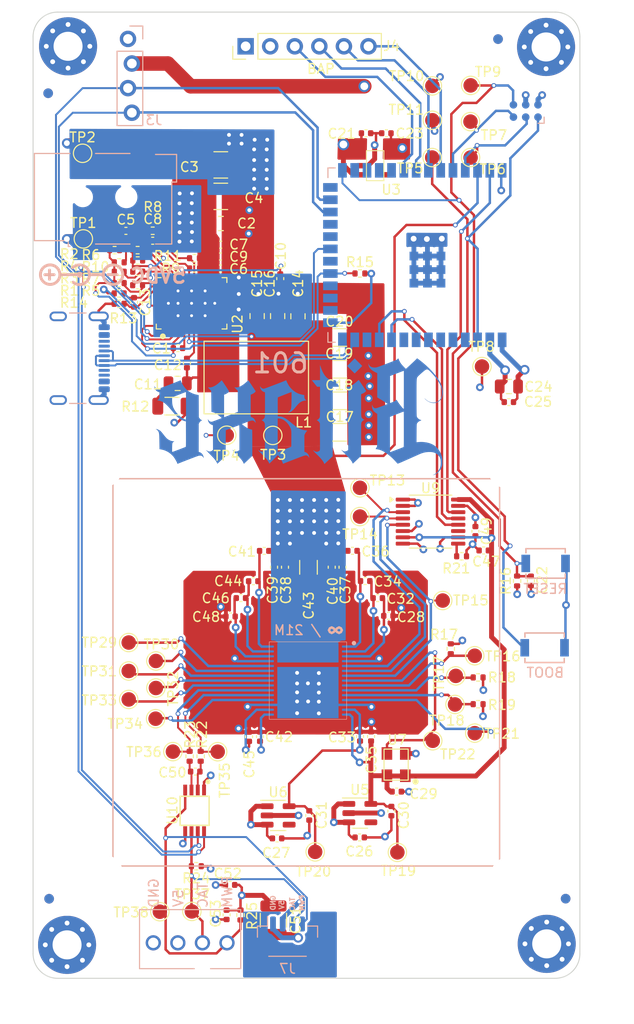
<source format=kicad_pcb>
(kicad_pcb (version 20241229) (generator "pcbnew") (generator_version "9.0")
  (layers (0 "F.Cu" signal) (4 "In1.Cu" signal) (6 "In2.Cu" signal) (2 "B.Cu" signal) (13 "F.Paste" user) (15 "B.Paste" user) (5 "F.SilkS" user "F.Silkscreen") (7 "B.SilkS" user "B.Silkscreen") (1 "F.Mask" user) (3 "B.Mask" user) (25 "Edge.Cuts" user))
  (net 0 "")
  (net 1 "GND")
  (net 2 "/VDD")
  (net 3 "/ESP32/EN")
  (net 4 "/5V")
  (net 5 "/3V3")
  (net 6 "/TX")
  (net 7 "/RX")
  (net 8 "/RST")
  (net 9 "unconnected-(J7-MountPin-PadMP)")
  (net 10 "/SCL")
  (net 11 "/Fan/FAN_PWM")
  (net 12 "/Power/SW")
  (net 13 "/ESP32/USB_D+")
  (net 14 "/ESP32/USB_D-")
  (net 15 "Net-(U2-DRTN)")
  (net 16 "Net-(U2-BP1V5)")
  (net 17 "Net-(U2-AVIN)")
  (net 18 "Net-(U2-EN{slash}UVLO)")
  (net 19 "/ESP32/P_TX")
  (net 20 "/ESP32/P_RX")
  (net 21 "/ESP32/IO0")
  (net 22 "Net-(U2-VDD5)")
  (net 23 "/Power/PGOOD")
  (net 26 "/SDA")
  (net 27 "Net-(U2-BOOT)")
  (net 28 "Net-(U2-VOSNS)")
  (net 29 "Net-(U2-GOSNS)")
  (net 30 "Net-(U8-VDDIO_12_1)")
  (net 31 "Net-(U8-VDDIO_08_1)")
  (net 32 "Net-(J4-Pin_3)")
  (net 33 "Net-(J4-Pin_6)")
  (net 34 "Net-(J4-Pin_5)")
  (net 35 "Net-(J4-Pin_4)")
  (net 42 "Net-(U2-MSEL1)")
  (net 43 "Net-(U2-MSEL2)")
  (net 44 "Net-(U2-ADRSEL)")
  (net 45 "Net-(U2-VSEL)")
  (net 46 "Net-(U8-ROSC_SEL)")
  (net 47 "Net-(U8-LITE_PAD)")
  (net 48 "Net-(U9-OE)")
  (net 49 "Net-(U8-INV_CLKO)")
  (net 54 "/Fan/TEMP_N")
  (net 55 "/Fan/TEMP_P")
  (net 58 "/Power/AGND")
  (net 70 "/Power/PMB_ALRT")
  (net 77 "Net-(C11-Pad1)")
  (net 78 "/Fan/TEMP_DP")
  (net 79 "/Fan/TEMP_DN")
  (net 82 "/BM1370/VDD3_0")
  (net 83 "/BM1370/1V2")
  (net 84 "/BM1370/0V8")
  (net 85 "/BM1370/VDD2_0")
  (net 86 "/BM1370/VDD1_0")
  (net 87 "/BM1370/VDD1_1")
  (net 88 "/BM1370/VDD2_1")
  (net 89 "/BM1370/VDD3_1")
  (net 90 "/BM1370/BI")
  (net 91 "/BM1370/RST_N")
  (net 92 "/BM1370/CI")
  (net 93 "/BM1370/RO")
  (net 94 "/BM1370/CLKI")
  (net 95 "/BM1370/NRSTO")
  (net 96 "/BM1370/CO")
  (net 97 "/BM1370/RI")
  (net 98 "/BM1370/CLKO")
  (net 99 "/BM1370/BO")
  (net 100 "/BM1370/PIN_MODE")
  (net 101 "/Fan/FAN_TACH")
  (footprint "Capacitor_SMD:C_1206_3216Metric" (layer "F.Cu") (at 108.91 81.12)
    (property "Reference" "C20")
    (property "Value" "100uF")
  )
  (footprint "Capacitor_SMD:C_0805_2012Metric" (layer "F.Cu") (at 100.36 78.91 90)
    (property "Reference" "C15")
    (property "Value" "22uF")
  )
  (footprint "Resistor_SMD:R_0402_1005Metric" (layer "F.Cu") (at 121.5 103.71 180)
    (property "Reference" "R21")
    (property "Value" "20k")
  )
  (footprint "Capacitor_SMD:C_1210_3225Metric" (layer "F.Cu") (at 102.045 141.29 -90)
    (property "Reference" "C51")
    (property "Value" "47uF")
  )
  (footprint "TestPoint:TestPoint_Pad_D1.5mm" (layer "F.Cu") (at 114.86 134.28)
    (property "Reference" "TP19")
    (property "Value" "TestPoint")
  )
  (footprint "Capacitor_SMD:C_0402_1005Metric" (layer "F.Cu") (at 96.57 72.76)
    (property "Reference" "C9")
    (property "Value" "2200pF")
  )
  (footprint "Fiducial:Fiducial_1mm_Mask2mm" (layer "F.Cu") (at 125.2728 50.292)
    (property "Reference" "FID2" (hide yes))
    (property "Value" "Fiducial")
  )
  (footprint "Fiducial:Fiducial_1mm_Mask2mm" (layer "F.Cu") (at 132.2578 139.065)
    (property "Reference" "FID4" (hide yes))
    (property "Value" "Fiducial")
  )
  (footprint "Fiducial:Fiducial_1mm_Mask2mm" (layer "F.Cu") (at 78.8416 139.065)
    (property "Reference" "FID3" (hide yes))
    (property "Value" "Fiducial")
  )
  (footprint "bitaxe:NetTie-0.25mm" (layer "F.Cu") (at 90.825 77.85)
    (property "Reference" "T1" (hide yes))
    (property "Value" "net-tie" (hide yes))
  )
  (footprint "Capacitor_SMD:C_0402_1005Metric" (layer "F.Cu") (at 101.09 103.154 180)
    (property "Reference" "C41")
    (property "Value" "1uF")
  )
  (footprint "TestPoint:TestPoint_Pad_D1.5mm" (layer "F.Cu") (at 122.86 121.97)
    (property "Reference" "TP21")
    (property "Value" "TestPoint")
  )
  (footprint "TestPoint:TestPoint_Pad_D1.5mm" (layer "F.Cu") (at 120.82 119.01)
    (property "Reference" "TP18")
    (property "Value" "TestPoint")
  )
  (footprint "Capacitor_SMD:C_0402_1005Metric" (layer "F.Cu") (at 100.655438 122.33 90)
    (property "Reference" "C42")
    (property "Value" "1uF")
  )
  (footprint "TestPoint:TestPoint_Pad_D1.5mm" (layer "F.Cu") (at 123.61 84.12)
    (property "Reference" "TP8")
    (property "Value" "TestPoint")
  )
  (footprint "Capacitor_SMD:C_0402_1005Metric" (layer "F.Cu") (at 108.0724 104.84 -90)
    (property "Reference" "C40")
    (property "Value" "1uF")
  )
  (footprint "Resistor_SMD:R_0402_1005Metric" (layer "F.Cu") (at 94.52 124.36 -90)
    (property "Reference" "R23")
    (property "Value" "100" (hide yes))
  )
  (footprint "Capacitor_SMD:C_0402_1005Metric" (layer "F.Cu") (at 98.681 108.024 180)
    (property "Reference" "C46")
    (property "Value" "1uF")
  )
  (footprint "MountingHole:MountingHole_3.5mm" (layer "F.Cu") (at 84.71 94.91)
    (property "Reference" "H6" (hide yes))
    (property "Value" "MountingHole")
  )
  (footprint "Capacitor_SMD:C_0402_1005Metric" (layer "F.Cu") (at 102.11 104.84 -90)
    (property "Reference" "C39")
    (property "Value" "1uF")
  )
  (footprint "Resistor_SMD:R_1206_3216Metric" (layer "F.Cu") (at 91.55 88.21 180)
    (property "Reference" "R12")
    (property "Value" "1")
  )
  (footprint "Capacitor_SMD:C_0402_1005Metric" (layer "F.Cu") (at 87.63 77.49 -90)
    (property "Reference" "C13")
    (property "Value" "100pF")
  )
  (footprint "Capacitor_SMD:C_0805_2012Metric" (layer "F.Cu") (at 104.58 78.93 90)
    (property "Reference" "C14")
    (property "Value" "22uF")
  )
  (footprint "Package_TO_SOT_SMD:SOT-23-5" (layer "F.Cu") (at 102.53 130.47)
    (property "Reference" "U6")
    (property "Value" "MCP1824T-0802E")
  )
  (footprint "Resistor_SMD:R_0402_1005Metric" (layer "F.Cu") (at 86.1 75.5)
    (property "Reference" "R1")
    (property "Value" "8.25k")
  )
  (footprint "TestPoint:TestPoint_Pad_D1.5mm" (layer "F.Cu") (at 110.99 96.64)
    (property "Reference" "TP13")
    (property "Value" "TestPoint")
  )
  (footprint "TestPoint:TestPoint_Pad_D1.5mm" (layer "F.Cu") (at 93.61 140.38)
    (property "Reference" "TP37")
    (property "Value" "TestPoint")
  )
  (footprint "TestPoint:TestPoint_Pad_D1.5mm" (layer "F.Cu") (at 96.28 123.89)
    (property "Reference" "TP35")
    (property "Value" "TestPoint" (hide yes))
  )
  (footprint "Resistor_SMD:R_0402_1005Metric" (layer "F.Cu") (at 89.56 70.1 180)
    (property "Reference" "R8")
    (property "Value" "3.74k")
  )
  (footprint "Resistor_SMD:R_0402_1005Metric" (layer "F.Cu") (at 93.88 72.93 180)
    (property "Reference" "R11")
    (property "Value" "10")
  )
  (footprint "Capacitor_SMD:C_1206_3216Metric" (layer "F.Cu") (at 108.91 87.66)
    (property "Reference" "C18")
    (property "Value" "100uF")
  )
  (footprint "TestPoint:TestPoint_Pad_D1.5mm" (layer "F.Cu") (at 90.3 140.41)
    (property "Reference" "TP38")
    (property "Value" "TestPoint")
  )
  (footprint "TestPoint:TestPoint_Pad_D1.5mm" (layer "F.Cu") (at 87.08 118.492)
    (property "Reference" "TP33")
    (property "Value" "TestPoint")
  )
  (footprint "TestPoint:TestPoint_Pad_D1.5mm" (layer "F.Cu") (at 101.98 91.23)
    (property "Reference" "TP3")
    (property "Value" "TestPoint")
  )
  (footprint "Capacitor_SMD:C_0805_2012Metric" (layer "F.Cu") (at 126.39 86.18)
    (property "Reference" "C24")
    (property "Value" "10uF")
  )
  (footprint "TestPoint:TestPoint_Pad_D1.5mm" (layer "F.Cu") (at 122.44 55.09)
    (property "Reference" "TP9")
    (property "Value" "TestPoint")
  )
  (footprint "MountingHole:MountingHole_3.5mm" (layer "F.Cu") (at 126.06 136.36)
    (property "Reference" "H5" (hide yes))
    (property "Value" "MountingHole")
  )
  (footprint "Capacitor_SMD:C_0805_2012Metric" (layer "F.Cu") (at 102.48 78.91 90)
    (property "Reference" "C16")
    (property "Value" "22uF")
  )
  (footprint "Capacitor_SMD:C_0402_1005Metric" (layer "F.Cu") (at 99.525438 122.34 90)
    (property "Reference" "C45")
    (property "Value" "1uF")
  )
  (footprint "Capacitor_SMD:C_0402_1005Metric" (layer "F.Cu") (at 102.75 75.04 -90)
    (property "Reference" "C10")
    (property "Value" "4.7uF")
  )
  (footprint "Resistor_SMD:R_0402_1005Metric" (layer "F.Cu") (at 85.62 72.1)
    (property "Reference" "R2")
    (property "Value" "~")
  )
  (footprint "Capacitor_SMD:C_0402_1005Metric" (layer "F.Cu") (at 112.14 122.31 90)
    (property "Reference" "C35")
    (property "Value" "1uF")
  )
  (footprint "Capacitor_SMD:C_1210_3225Metric" (layer "F.Cu") (at 96.6 66.55)
    (property "Reference" "C4")
    (property "Value" "47uF")
  )
  (footprint "Capacitor_SMD:C_0402_1005Metric" (layer "F.Cu") (at 96.57 74)
    (property "Reference" "C6")
    (property "Value" "4700pF")
  )
  (footprint "Capacitor_SMD:C_0402_1005Metric" (layer "F.Cu") (at 126.39 87.79)
    (property "Reference" "C25")
    (property "Value" "0.1uF")
  )
  (footprint "bitaxe:SMD3225-4P" (layer "F.Cu") (at 114.73 125.22 90)
    (property "Reference" "U7")
    (property "Value" "25MHz")
  )
  (footprint "Capacitor_SMD:C_0402_1005Metric" (layer "F.Cu") (at 102.42 132.84)
    (property "Reference" "C27")
    (property "Value" "1uF")
  )
  (footprint "MountingHole:MountingHole_3mm_Pad_Via" (layer "F.Cu") (at 130.23501 51.12099)
    (property "Reference" "H1")
    (property "Value" "MountingHole_Pad")
  )
  (footprint "TestPoint:TestPoint_Pad_D1.5mm" (layer "F.Cu") (at 97.22 91.21)
    (property "Reference" "TP4")
    (property "Value" "TestPoint")
  )
  (footprint "Resistor_SMD:R_0402_1005Metric" (layer "F.Cu") (at 88.01 74.32 180)
    (property "Reference" "R7")
    (property "Value" "~")
  )
  (footprint "TestPoint:TestPoint_Pad_D1.5mm" (layer "F.Cu") (at 118.48 58.69)
    (property "Reference" "TP11")
    (property "Value" "TestPoint")
  )
  (footprint "Capacitor_SMD:C_0402_1005Metric" (layer "F.Cu") (at 114.79 128.01 180)
    (property "Reference" "C29")
    (property "Value" "0.1uF")
  )
  (footprint "Fiducial:Fiducial_1mm_Mask2mm" (layer "F.Cu") (at 78.74 55.9054)
    (property "Reference" "FID1" (hide yes))
    (property "Value" "Fiducial")
  )
  (footprint "Capacitor_SMD:C_0402_1005Metric" (layer "F.Cu") (at 93.1 83.76 -90)
    (property "Reference" "C12")
    (property "Value" "0.1uF")
  )
  (footprint "TestPoint:TestPoint_Pad_D1.5mm" (layer "F.Cu") (at 110.99 99.61)
    (property "Reference" "TP14")
    (property "Value" "TestPoint")
  )
  (footprint "Resistor_SMD:R_0402_1005Metric" (layer "F.Cu") (at 123.21 118.98 180)
    (property "Reference" "R19")
    (property "Value" "1k")
  )
  (footprint "TestPoint:TestPoint_Pad_D1.5mm" (layer "F.Cu") (at 118.46 62.54)
    (property "Reference" "TP5")
    (property "Value" "TestPoint")
  )
  (footprint "TestPoint:TestPoint_Pad_D1.5mm" (layer "F.Cu") (at 91.65 123.88)
    (property "Reference" "TP36")
    (property "Value" "TestPoint" (hide yes))
  )
  (footprint "Capacitor_SMD:C_1206_3216Metric" (layer "F.Cu") (at 105.67 104.85 -90)
    (property "Reference" "C43")
    (property "Value" "100uF")
  )
  (footprint "TestPoint:TestPoint_Pad_D1.5mm" (layer "F.Cu") (at 119.55 108.28)
    (property "Reference" "TP15")
    (property "Value" "TestPoint")
  )
  (footprint "TestPoint:TestPoint_Pad_D1.5mm" (layer "F.Cu") (at 118.52 122.76)
    (property "Reference" "TP22")
    (property "Value" "TestPoint")
  )
  (footprint "Resistor_SMD:R_0402_1005Metric" (layer "F.Cu") (at 98.64 140.75 90)
    (property "Reference" "R25")
    (property "Value" "10k")
  )
  (footprint "Capacitor_SMD:C_0402_1005Metric" (layer "F.Cu") (at 128.67 106.25 -90)
    (property "Reference" "C22")
    (property "Value" "1uF")
  )
  (footprint "Package_SO:TSSOP-8_3x3mm_P0.65mm" (layer "F.Cu") (at 93.895 129.99 -90)
    (property "Reference" "U10")
    (property "Value" "EMC2101")
  )
  (footprint "Capacitor_SMD:C_0402_1005Metric" (layer "F.Cu") (at 89.56 71.13 180)
    (property "Reference" "C8")
    (property "Value" "0.1uF")
  )
  (footprint "Resistor_SMD:R_0402_1005Metric" (layer "F.Cu") (at 88 75.72)
    (property "Reference" "R5")
    (property "Value" "14.7k")
  )
  (footprint "Resistor_SMD:R_0402_1005Metric" (layer "F.Cu") (at 88 72.1 180)
    (property "Reference" "R6")
    (property "Value" "0")
  )
  (footprint "TestPoint:TestPoint_Pad_D1.5mm" (layer "F.Cu") (at 87.08 112.616)
    (property "Reference" "TP29")
    (property "Value" "TestPoint")
  )
  (footprint "Package_TO_SOT_SMD:SOT-23-5" (layer "F.Cu") (at 110.981 130.229)
    (property "Reference" "U5")
    (property "Value" "MCP1824T-1202E/OT")
  )
  (footprint "MountingHole:MountingHole_3mm_Pad_Via" (layer "F.Cu") (at 130.302 143.728)
    (property "Reference" "H3")
    (property "Value" "MountingHole_Pad")
  )
  (footprint "Capacitor_SMD:C_0402_1005Metric" (layer "F.Cu") (at 122.93 101.12 -90)
    (property "Reference" "C49")
    (property "Value" "0.1uF")
  )
  (footprint "TestPoint:TestPoint_Pad_D1.5mm" (layer "F.Cu") (at 82.31 62.1)
    (property "Reference" "TP2")
    (property "Value" "TestPoint")
  )
  (footprint "Resistor_SMD:R_0402_1005Metric" (layer "F.Cu") (at 93.89 73.99 180)
    (property "Reference" "R9")
    (property "Value" "11.8k")
  )
  (footprint "Capacitor_SMD:C_0402_1005Metric" (layer "F.Cu") (at 103.24 104.84 -90)
    (property "Reference" "C38")
    (property "Value" "0.1uF")
  )
  (footprint "Capacitor_SMD:C_0402_1005Metric" (layer "F.Cu") (at 113.72 60.03 180)
    (property "Reference" "C23")
    (property "Value" "1uF")
  )
  (footprint "TestPoint:TestPoint_Pad_D1.5mm" (layer "F.Cu") (at 122.43 62.54)
    (property "Reference" "TP6")
    (property "Value" "TestPoint")
  )
  (footprint "Capacitor_SMD:C_1206_3216Metric" (layer "F.Cu") (at 108.91 84.4)
    (property "Reference" "C19")
    (property "Value" "100uF")
  )
  (footprint "Resistor_SMD:R_0402_1005Metric" (layer "F.Cu") (at 86.1 73.36)
    (property "Reference" "R4")
    (property "Value" "~")
  )
  (footprint "Resistor_SMD:R_0402_1005Metric" (layer "F.Cu") (at 120.38 113.26 -90)
    (property "Reference" "R17")
    (property "Value" "10k")
  )
  (footprint "Capacitor_SMD:C_0402_1005Metric" (layer "F.Cu") (at 96.59 71.54)
    (property "Reference" "C7")
    (property "Value" "1uF")
  )
  (footprint "Connector_PinHeader_2.54mm:PinHeader_1x06_P2.54mm_Vertical" (layer "F.Cu") (at 99.171505 51.054 90)
    (property "Reference" "J4")
    (property "Value" "Conn_01x06")
  )
  (footprint "TestPoint:TestPoint_Pad_D1.5mm" (layer "F.Cu") (at 122.86 113.98)
    (property "Reference" "TP16")
    (property "Value" "TestPoint")
  )
  (footprint "TestPoint:TestPoint_Pad_D1.5mm" (layer "F.Cu") (at 89.86 120.48)
    (property "Reference" "TP34")
    (property "Value" "TestPoint")
  )
  (footprint "MountingHole:MountingHole_3mm_Pad_Via" (layer "F.Cu") (at 80.70501 143.83099)
    (property "Reference" "H4")
    (property "Value" "MountingHole_Pad")
  )
  (footprint "TestPoint:TestPoint_Pad_D1.5mm" (layer "F.Cu") (at 82.39 70.94)
    (property "Reference" "TP1")
    (property "Value" "TestPoint")
  )
  (footprint "Resistor_SMD:R_0402_1005Metric" (layer "F.Cu") (at 86.09 77.64 180)
    (property "Reference" "R13")
    (property "Value" "49.9")
  )
  (footprint "Capacitor_SMD:C_0402_1005Metric" (layer "F.Cu") (at 97.2 140.73 -90)
    (property "Reference" "C53")
    (property "Value" "0.1uF")
  )
  (footprint "MountingHole:MountingHole_3.5mm" (layer "F.Cu") (at 84.71 136.36)
    (property "Reference" "H8" (hide yes))
    (property "Value" "MountingHole")
  )
  (footprint "Capacitor_SMD:C_0402_1005Metric" (layer "F.Cu") (at 97.61 109.925 180)
    (property "Reference" "C48")
    (property "Value" "1uF")
  )
  (footprint "Capacitor_SMD:C_0402_1005Metric" (layer "F.Cu") (at 113.93 109.86 180)
    (property "Reference" "C28")
    (property "Value" "1uF")
  )
  (footprint "Package_SO:TSSOP-16_4.4x5mm_P0.65mm" (layer "F.Cu") (at 118.29 100.13)
    (property "Reference" "U9")
    (property "Value" "SN74AVC4T774")
  )
  (footprint "Resistor_SMD:R_0402_1005Metric" (layer "F.Cu") (at 94.07 135.71)
    (property "Reference" "R24")
    (property "Value" "5.6k")
  )
  (footprint "Capacitor_SMD:C_0402_1005Metric" (layer "F.Cu") (at 86.79 70.11)
    (property "Reference" "C5")
    (property "Value" "1uF")
  )
  (footprint "Capacitor_SMD:C_0402_1005Metric" (layer "F.Cu") (at 111.53 106.266 180)
    (property "Reference" "C34")
    (property "Value" "1uF")
  )
  (footprint "Resistor_SMD:R_0402_1005Metric" (layer "F.Cu") (at 93.38 124.36 90)
    (property "Reference" "R22")
    (property "Value" "100" (hide yes))
  )
  (footprint "bitaxe:SLC1175-271MEC_COC" (layer "F.Cu") (at 100.27 85.255)
    (property "Reference" "L1")
    (property "Value" "300nH")
  )
  (footprint "Capacitor_SMD:C_1206_3216Metric" (layer "F.Cu") (at 108.89 90.91)
    (property "Reference" "C17")
    (property "Value" "100uF")
  )
  (footprint "Capacitor_SMD:C_0402_1005Metric" (layer "F.Cu") (at 110.961 132.739)
    (property "Reference" "C26")
    (property "Value" "1uF")
  )
  (footprint "Capacitor_SMD:C_0402_1005Metric" (layer "F.Cu") (at 123.79 103.11 180)
    (property "Reference" "C47")
    (property "Value" "0.1uF")
  )
  (footprint "Capacitor_SMD:C_0402_1005Metric" (layer "F.Cu") (at 111 122.31 90)
    (property "Reference" "C33")
    (property "Value" "1uF")
  )
  (footprint "MountingHole:MountingHole_3mm_Pad_Via" (layer "F.Cu") (at 80.808 51.054)
    (property "Reference" "H2" (hide yes))
    (property "Value" "MountingHole_Pad")
  )
  (footprint "Capacitor_SMD:C_0402_1005Metric" (layer "F.Cu") (at 109.19 104.84 -90)
    (property "Reference" "C37")
    (property "Value" "0.1uF")
  )
  (footprint "Capacitor_SMD:C_0402_1005Metric" (layer "F.Cu") (at 92.17 82.22 180)
    (property "Reference" "C1")
    (property "Value" "1uF")
  )
  (footprint "Resistor_SMD:R_0402_1005Metric" (layer "F.Cu") (at 123.21 116.22 180)
    (property "Reference" "R18")
    (property "Value" "1k")
  )
  (footprint "Capacitor_SMD:C_0402_1005Metric" (layer "F.Cu") (at 110.215 103.146 180)
    (property "Reference" "C36")
    (property "Value" "1uF")
  )
  (footprint "TestPoint:TestPoint_Pad_D1.5mm" (layer "F.Cu") (at 106.36 134.23 180)
    (property "Reference" "TP20")
    (property "Value" "TestPoint")
  )
  (footprint "MountingHole:MountingHole_3.5mm" (layer "F.Cu") (at 126.06 94.91)
    (property "Reference" "H7" (hide yes))
    (property "Value" "MountingHole")
  )
  (footprint "TestPoint:TestPoint_Pad_D1.5mm" (layer "F.Cu") (at 120.9 116.06)
    (property "Reference" "TP17")
    (property "Value" "TestPoint")
  )
  (footprint "TestPoint:TestPoint_Pad_D1.5mm" (layer "F.Cu") (at 89.89 114.52)
    (property "Reference" "TP30")
    (property "Value" "TestPoint")
  )
  (footprint "Resistor_SMD:R_0402_1005Metric" (layer "F.Cu") (at 110.99 74.51)
    (property "Reference" "R15")
    (property "Value" "10k")
  )
  (footprint "bitaxe:LQFN40-CLIP" (layer "F.Cu") (at 93.58 77.59 90)
    (property "Reference" "U2")
    (property "Value" "TPS546D24ARVFR")
  )
  (footprint "Capacitor_SMD:C_1210_3225Metric" (layer "F.Cu") (at 96.6 63.3)
    (property "Reference" "C3")
    (property "Value" "47uF")
  )
  (footprint "Resistor_SMD:R_0402_1005Metric" (layer "F.Cu") (at 86.1 74.33)
    (property "Reference" "R3")
    (property "Value" "~")
  )
  (footprint "Capacitor_SMD:C_0402_1005Metric" (layer "F.Cu") (at 93.96 125.94 180)
    (property "Reference" "C50")
    (property "Value" "470pF" (hide yes))
  )
  (footprint "Resistor_SMD:R_0402_1005Metric" (layer "F.Cu") (at 88.01 73.17 180)
    (property "Reference" "R10")
    (property "Value" "68.1k")
  )
  (footprint "Capacitor_SMD:C_0402_1005Metric" (layer "F.Cu") (at 112.83 108.026 180)
    (property "Reference" "C32")
    (property "Value" "1uF")
  )
  (footprint "Resistor_SMD:R_0402_1005Metric" (layer "F.Cu") (at 127.24 106.26 90)
    (property "Reference" "R16")
    (property "Value" "10k")
  )
  (footprint "Capacitor_SMD:C_0402_1005Metric" (layer "F.Cu") (at 97.56 137.64 180)
    (property "Reference" "C52")
    (property "Value" "0.1uF")
  )
  (footprint "Capacitor_SMD:C_0805_2012Metric" (layer "F.Cu") (at 92.14 85.86)
    (property "Reference" "C11")
    (property "Value" "1000pF")
  )
  (footprint "Capacitor_SMD:C_0402_1005Metric" (layer "F.Cu") (at 111.62 60.03)
    (property "Reference" "C21")
    (property "Value" "1uF")
  )
  (footprint "TestPoint:TestPoint_Pad_D1.5mm" (layer "F.Cu") (at 87.08 115.554)
    (property "Reference" "TP31")
    (property "Value" "TestPoint")
  )
  (footprint "TestPoint:TestPoint_Pad_D1.5mm" (layer "F.Cu") (at 122.42 58.83)
    (property "Reference" "TP7")
    (property "Value" "TestPoint")
  )
  (footprint "TestPoint:TestPoint_Pad_D1.5mm" (layer "F.Cu") (at 89.89 117.31)
    (property "Reference" "TP32")
    (property "Value" "TestPoint")
  )
  (footprint "Resistor_SMD:R_0402_1005Metric" (layer "F.Cu") (at 86.09 76.57)
    (property "Reference" "R14")
    (property "Value" "49.9")
  )
  (footprint "Capacitor_SMD:C_0402_1005Metric" (layer "F.Cu") (at 114.24 130.02 -90)
    (property "Reference" "C30")
    (property "Value" "1uF")
  )
  (footprint "Capacitor_SMD:C_0805_2012Metric" (layer "F.Cu") (at 96.6 69.35)
    (property "Reference" "C2")
    (property "Value" "10uF")
  )
  (footprint "Capacitor_SMD:C_0402_1005Metric" (layer "F.Cu") (at 99.961 106.284 180)
    (property "Reference" "C44")
    (property "Value" "1uF")
  )
  (footprint "bitaxe:RT9080-33GJ5" (layer "F.Cu") (at 112.563 63.38)
    (property "Reference" "U3")
    (property "Value" "RT9080-33GJ5")
  )
  (footprint "TestPoint:TestPoint_Pad_D1.5mm" (layer "F.Cu") (at 118.48 55.14)
    (property "Reference" "TP10")
    (property "Value" "TestPoint")
  )
  (footprint "Capacitor_SMD:C_0402_1005Metric" (layer "F.Cu") (at 105.75 130.47 -90)
    (property "Reference" "C31")
    (property "Value" "1uF")
  )
  (footprint "bitaxe:470531000" (layer "B.Cu") (at 89.621 143.622)
    (property "Reference" "J6" (hide yes))
    (property "Value" "Conn_01x04")
  )
  (footprint "bitaxe:PinHeader_1x04_P2.54mm_Vertical_shifted" (layer "B.Cu") (at 87.205 50.292 180)
    (property "Reference" "J3")
    (property "Value" "Conn_01x04")
  )
  (footprint "Fiducial:Fiducial_1mm_Mask2mm" (layer "B.Cu") (at 132.26 139.06 180)
    (property "Reference" "FID7" (hide yes))
    (property "Value" "Fiducial")
  )
  (footprint "bitaxe:USB_C_Receptacle_GCT_USB4105-xx-A" (layer "B.Cu") (at 80.865 83.26 90)
    (property "Reference" "J5" (hide yes))
    (property "Value" "USB_C_Receptacle_USB2.0")
  )
  (footprint "bitaxe:ESP32-S3-WROOM-1" (layer "B.Cu") (at 117.43 72.61 90)
    (property "Reference" "U4" (hide yes))
    (property "Value" "ESP32-S3-WROOM-1")
  )
  (footprint "bitaxe:Tag-Connect_TC2030-IDC-NL_2x03_P1.27mm_Vertical" (layer "B.Cu") (at 128.13 57.73 180)
    (property "Reference" "J2" (hide yes))
    (property "Value" "TC2030-IDC")
  )
  (footprint "bitaxe:BM1370" (layer "B.Cu") (at 105.610562 116.546 180)
    (property "Reference" "U8" (hide yes))
    (property "Value" "BM1370_mode1")
  )
  (footprint "bitaxe:logo" (layer "B.Cu") (at 105.131305 89.685804 180)
    (property "Reference" "G***" (hide yes))
    (property "Value" "LOGO" (hide yes))
  )
  (footprint "bitaxe:logo-fcu" (layer "B.Cu") (at 105.131305 89.685804 180)
    (property "Reference" "G***" (hide yes))
    (property "Value" "LOGO" (hide yes))
  )
  (footprint "Fiducial:Fiducial_1mm_Mask2mm" (layer "B.Cu") (at 78.85 139.07 180)
    (property "Reference" "FID8" (hide yes))
    (property "Value" "Fiducial")
  )
  (footprint "bitaxe:TENSILITY_54-00164" (layer "B.Cu") (at 84.58 66.62 90)
    (property "Reference" "J1" (hide yes))
    (property "Value" "54-00164")
  )
  (footprint "bitaxe:SW_CS1213AGF260_CRS" (layer "B.Cu") (at 130.186 104.448 180)
    (property "Reference" "SW1" (hide yes))
    (property "Value" "GT-TC029B-H025-L1N")
  )
  (footprint "bitaxe:polarity" (layer "B.Cu") (at 81.994918 74.631416 180)
    (property "Reference" "U1" (hide yes))
    (property "Value" "~")
  )
  (footprint "Fiducial:Fiducial_1mm_Mask2mm" (layer "B.Cu") (at 125.27 50.31 180)
    (property "Reference" "FID5" (hide yes))
    (property "Value" "Fiducial")
  )
  (footprint "bitaxe:SW_CS1213AGF260_CRS" (layer "B.Cu") (at 130.082 113.155 180)
    (property "Reference" "SW2" (hide yes))
    (property "Value" "GT-TC029B-H025-L1N")
  )
  (footprint "Fiducial:Fiducial_1mm_Mask2mm" (layer "B.Cu") (at 78.75 55.9 180)
    (property "Reference" "FID6" (hide yes))
    (property "Value" "Fiducial")
  )
  (footprint "Connector_JST:JST_SH_BM04B-SRSS-TB_1x04-1MP_P1.00mm_Vertical" (layer "B.Cu") (at 103.5 143)
    (property "Reference" "J7")
    (property "Value" "Conn_01x04")
  )
  (gr_rect (start 85.45 95.7) (end 125.43 135.69) (stroke (width 0.15)) (fill no) (layer "B.SilkS"))
  (gr_line (start 79.729 47.522) (end 131.192 47.522) (stroke (width 0.1)) (layer "Edge.Cuts"))
  (gr_arc (start 133.732 144.744) (mid 132.988051 146.540051) (end 131.192 147.284) (stroke (width 0.1)) (layer "Edge.Cuts"))
  (gr_arc (start 131.192 47.522) (mid 132.988051 48.265949) (end 133.732 50.062) (stroke (width 0.1)) (layer "Edge.Cuts"))
  (gr_arc (start 77.189 50.062) (mid 77.932949 48.265949) (end 79.729 47.522) (stroke (width 0.1)) (layer "Edge.Cuts"))
  (gr_line (start 131.192 147.284) (end 79.729 147.284) (stroke (width 0.1)) (layer "Edge.Cuts"))
  (gr_line (start 133.732 50.062) (end 133.732 144.744) (stroke (width 0.1)) (layer "Edge.Cuts"))
  (gr_arc (start 79.729 147.284) (mid 77.932949 146.540051) (end 77.189 144.744) (stroke (width 0.1)) (layer "Edge.Cuts"))
  (gr_line (start 77.189 144.744) (end 77.189 50.062) (stroke (width 0.1)) (layer "Edge.Cuts"))
  (gr_text "BAP" (at 105.43 53.97 0) (layer "F.SilkS") (effects (font (size 1 1)) (justify left bottom)))
  (gr_text "TAC" (at 104 139.6 90) (layer "B.SilkS") (effects (font (size 0.5 0.5) (thickness 0.125)) (justify mirror)))
  (gr_text "/ 21M" (at 104.53 111.34 0) (layer "B.SilkS") (effects (font (size 1 1)) (justify mirror)))
  (gr_text "5V" (at 92.209 139.018 90) (layer "B.SilkS") (effects (font (size 1 1)) (justify mirror)))
  (gr_text "5VDC" (at 93.18 75.63 0) (layer "B.SilkS") (effects (font (size 1.5 1.5) (thickness 0.3) (bold yes)) (justify left bottom mirror)))
  (gr_text "601" (at 105.83 84.94 0) (layer "B.SilkS") (effects (font (size 2 2) (thickness 0.3)) (justify left bottom mirror)))
  (gr_text "GND" (at 102 139.5 90) (layer "B.SilkS") (effects (font (size 0.5 0.5) (thickness 0.125)) (justify mirror)))
  (gr_text "PWM" (at 97.265 138.363 90) (layer "B.SilkS") (effects (font (size 1 1)) (justify mirror)))
  (gr_text "5V" (at 102.9 139.7 90) (layer "B.SilkS") (effects (font (size 0.5 0.5) (thickness 0.125)) (justify mirror)))
  (gr_text "∞" (at 108.45 111.19 0) (layer "B.SilkS") (effects (font (size 2 2) (thickness 0.25)) (justify mirror)))
  (gr_text "TAC" (at 94.7325 138.696333 90) (layer "B.SilkS") (effects (font (size 1 1)) (justify mirror)))
  (gr_text "GND" (at 89.6675 138.482048 90) (layer "B.SilkS") (effects (font (size 1 1)) (justify mirror)))
  (gr_text "PWM" (at 105 139.5 90) (layer "B.SilkS") (effects (font (size 0.5 0.5) (thickness 0.125)) (justify mirror)))
  (segment (start 112.64 61.122) (end 112.512 61.25) (width 0.2) (layer "F.Cu") (net 1))
  (segment (start 111.18505 63.38) (end 111.18905 63.376) (width 0.508) (layer "F.Cu") (net 1))
  (segment (start 104.265 142.765) (end 102.045 142.765) (width 0.508) (layer "F.Cu") (net 1))
  (segment (start 127.34 85.13) (end 127.34 86.18) (width 0.508) (layer "F.Cu") (net 1))
  (segment (start 85.58 77.64) (end 84.68 77.64) (width 0.254) (layer "F.Cu") (net 1))
  (segment (start 119.28 102.25) (end 119.28 102.93) (width 0.254) (layer "F.Cu") (net 1))
  (segment (start 97.2 141.21) (end 96.08 141.21) (width 0.254) (layer "F.Cu") (net 1))
  (segment (start 118.48 55.01) (end 119.27 54.22) (width 0.254) (layer "F.Cu") (net 1))
  (segment (start 123.31 103.11) (end 123.29 103.11) (width 0.254) (layer "F.Cu") (net 1))
  (segment (start 111.18905 63.376) (end 111.824 63.376) (width 0.508) (layer "F.Cu") (net 1))
  (segment (start 123.72 116.22) (end 123.72 117.5) (width 0.254) (layer "F.Cu") (net 1))
  (segment (start 80.68 61.05) (end 81.26 61.05) (width 1) (layer "F.Cu") (net 1))
  (segment (start 115.69 124.08) (end 115.68 124.07) (width 0.508) (layer "F.Cu") (net 1))
  (segment (start 121.23 112.75) (end 121.58 112.4) (width 0.254) (layer "F.Cu") (net 1))
  (segment (start 119.775 101.755) (end 119.28 102.25) (width 0.254) (layer "F.Cu") (net 1))
  (segment (start 101.3925 130.47) (end 104.64 130.47) (width 0.508) (layer "F.Cu") (net 1))
  (segment (start 83.85 87.7) (end 83.97 87.58) (width 0.508) (layer "F.Cu") (net 1))
  (segment (start 95.09 91.21) (end 95.08 91.22) (width 0.2) (layer "F.Cu") (net 1))
  (segment (start 116.05 128.01) (end 115.44 128.01) (width 0.254) (layer "F.Cu") (net 1))
  (segment (start 120.38 112.75) (end 121.23 112.75) (width 0.254) (layer "F.Cu") (net 1))
  (segment (start 116.685 98.505) (end 116.99 98.2) (width 0.254) (layer "F.Cu") (net 1))
  (segment (start 83.97 78.35) (end 83.97 78.94) (width 0.254) (layer "F.Cu") (net 1))
  (segment (start 121.1525 101.755) (end 119.775 101.755) (width 0.254) (layer "F.Cu") (net 1))
  (segment (start 123.72 120.22) (end 123.71 120.23) (width 0.254) (layer "F.Cu") (net 1))
  (segment (start 84.68 77.64) (end 83.97 78.35) (width 0.254) (layer "F.Cu") (net 1))
  (segment (start 122.01 103.71) (end 122.01 103.09) (width 0.254) (layer "F.Cu") (net 1))
  (segment (start 118.48 55.14) (end 118.48 55.01) (width 0.254) (layer "F.Cu") (net 1))
  (segment (start 112.65 60.03) (end 112.65 61.112) (width 0.254) (layer "F.Cu") (net 1))
  (segment (start 126.87 87.79) (end 127.26 87.4) (width 0.254) (layer "F.Cu") (net 1))
  (segment (start 112.1 60.03) (end 112.65 60.03) (width 0.254) (layer "F.Cu") (net 1))
  (segment (start 123.29 103.11) (end 122.64 102.46) (width 0.254) (layer "F.Cu") (net 1))
  (segment (start 115.4275 98.505) (end 116.685 98.505) (width 0.254) (layer "F.Cu") (net 1))
  (segment (start 111.441 132.739) (end 113.491 132.739) (width 0.254) (layer "F.Cu") (net 1))
  (segment (start 128.02 84.45) (end 127.34 85.13) (width 0.508) (layer "F.Cu") (net 1))
  (segment (start 97.22 91.21) (end 95.09 91.21) (width 0.2) (layer "F.Cu") (net 1))
  (segment (start 102.9 132.84) (end 105.25 132.84) (width 0.254) (layer "F.Cu") (net 1))
  (segment (start 109.8525 130.22) (end 109.8435 130.229) (width 0.508) (layer "F.Cu") (net 1))
  (segment (start 128.67 106.73) (end 128.67 107.6) (width 0.254) (layer "F.Cu") (net 1))
  (segment (start 96.08 141.21) (end 96.07 141.2) (width 0.254) (layer "F.Cu") (net 1))
  (segment (start 115.4275 97.855) (end 116.645 97.855) (width 0.254) (layer "F.Cu") (net 1))
  (segment (start 115.4275 101.105) (end 116.345 101.105) (width 0.254) (layer "F.Cu") (net 1))
  (segment (start 92.92 133.13) (end 92.68 133.37) (width 0.254) (layer "F.Cu") (net 1))
  (segment (start 114.24 131.99) (end 113.58 132.65) (width 0.254) (layer "F.Cu") (net 1))
  (segment (start 123.72 118.98) (end 123.72 120.22) (width 0.254) (layer "F.Cu") (net 1))
  (segment (start 112.65 61.112) (end 112.512 61.25) (width 0.254) (layer "F.Cu") (net 1))
  (segment (start 105.25 132.84) (end 105.54 132.55) (width 0.254) (layer "F.Cu") (net 1))
  (segment (start 115.4275 102.405) (end 116.955 102.405) (width 0.254) (layer "F.Cu") (net 1))
  (segment (start 114.24 130.5) (end 114.24 131.99) (width 0.254) (layer "F.Cu") (net 1))
  (segment (start 113.491 132.739) (end 113.58 132.65) (width 0.254) (layer "F.Cu") (net 1))
  (segment (start 91.79 89.91) (end 92.1125 89.91) (width 0.254) (layer "F.Cu") (net 1))
  (segment (start 115.4225 101.11) (end 115.4275 101.105) (width 0.254) (layer "F.Cu") (net 1))
  (segment (start 122.93 101.6) (end 122.93 102.17) (width 0.254) (layer "F.Cu") (net 1))
  (segment (start 122.01 103.09) (end 122.64 102.46) (width 0.254) (layer "F.Cu") (net 1))
  (segment (start 105.75 132.34) (end 105.54 132.55) (width 0.254) (layer "F.Cu") (net 1))
  (segment (start 81.26 61.05) (end 82.31 62.1) (width 1) (layer "F.Cu") (net 1))
  (segment (start 127.26 87.4) (end 127.26 86.26) (width 0.254) (layer "F.Cu") (net 1))
  (segment (start 112.512 62.688) (end 112.512 61.25) (width 0.508) (layer "F.Cu") (net 1))
  (segment (start 109.175 105.69) (end 109.06 105.69) (width 0.2) (layer "F.Cu") (net 1))
  (segment (start 112.65 60.03) (end 113.24 60.03) (width 0.254) (layer "F.Cu") (net 1))
  (segment (start 92.1125 89.91) (end 93.1825 88.84) (width 0.254) (layer "F.Cu") (net 1))
  (segment (start 127.26 86.26) (end 127.34 86.18) (width 0.254) (layer "F.Cu") (net 1))
  (segment (start 128.67 107.6) (end 128.69 107.62) (width 0.2) (layer "F.Cu") (net 1))
  (segment (start 97.07 137.65) (end 97.08 137.64) (width 0.254) (layer "F.Cu") (net 1))
  (segment (start 113.18 130.22) (end 109.8525 130.22) (width 0.508) (layer "F.Cu") (net 1))
  (segment (start 116.955 102.405) (end 117.55 103) (width 0.254) (layer "F.Cu") (net 1))
  (segment (start 104.6 143.1) (end 104.265 142.765) (width 0.508) (layer "F.Cu") (net 1))
  (segment (start 116.645 97.855) (end 116.99 98.2) (width 0.254) (layer "F.Cu") (net 1))
  (segment (start 92.92 132.14) (end 92.92 133.13) (width 0.254) (layer "F.Cu") (net 1))
  (segment (start 122.93 102.17) (end 122.64 102.46) (width 0.254) (layer "F.Cu") (net 1))
  (segment (start 105.75 130.95) (end 105.75 132.34) (width 0.254) (layer "F.Cu") (net 1))
  (segment (start 116.77 124.08) (end 115.69 124.08) (width 0.508) (layer "F.Cu") (net 1))
  (segment (start 123.72 117.5) (end 123.75 117.53) (width 0.254) (layer "F.Cu") (net 1))
  (segment (start 96.07 137.65) (end 97.07 137.65) (width 0.254) (layer "F.Cu") (net 1))
  (segment (start 116.345 101.105) (end 117.09 100.36) (width 0.254) (layer "F.Cu") (net 1))
  (segment (start 111.824 63.376) (end 112.512 62.688) (width 0.508) (layer "F.Cu") (net 1))
  (via (at 105.61 116.83) (size 0.8) (drill 0.4) (layers "F.Cu" "B.Cu") (net 1))
  (via (at 112.18 119.26) (size 0.8) (drill 0.4) (layers "F.Cu" "B.Cu") (net 1))
  (via (at 113.58 132.65) (size 0.8) (drill 0.4) (layers "F.Cu" "B.Cu") (net 1))
  (via (at 98.05 114.26) (size 0.8) (drill 0.4) (layers "F.Cu" "B.Cu") (net 1))
  (via (at 104.49 118.7) (size 0.8) (drill 0.4) (layers "F.Cu" "B.Cu") (net 1))
  (via (at 100.05 61.7) (size 0.8) (drill 0.4) (layers "F.Cu" "B.Cu") (net 1))
  (via (at 112.18 120.8) (size 0.8) (drill 0.4) (layers "F.Cu" "B.Cu") (net 1))
  (via (at 101.35 62.8) (size 0.8) (drill 0.4) (layers "F.Cu" "B.Cu") (net 1))
  (via (at 106.74 119.93) (size 0.8) (drill 0.4) (layers "F.Cu" "B.Cu") (net 1))
  (via (at 97.45 60.2) (size 0.8) (drill 0.4) (layers "F.Cu" "B.Cu") (net 1))
  (via (at 111.9 87.4) (size 0.8) (drill 0.4) (layers "F.Cu" "B.Cu") (net 1))
  (via (at 106.74 118.72) (size 0.8) (drill 0.4) (layers "F.Cu" "B.Cu") (net 1))
  (via (at 104.64 130.47) (size 0.8) (drill 0.4) (layers "F.Cu" "B.Cu") (net 1))
  (via (at 105.54 132.55) (size 0.8) (drill 0.4) (layers "F.Cu" "B.Cu") (net 1))
  (via (at 100.05 65.75) (size 0.8) (drill 0.4) (layers "F.Cu" "B.Cu") (net 1))
  (via (at 116.54 70.92) (size 1) (drill 0.6) (layers "F.Cu" "B.Cu") (net 1))
  (via (at 125.6 65.94) (size 0.8) (drill 0.4) (layers "F.Cu" "B.Cu") (net 1))
  (via (at 116.77 124.08) (size 0.8) (drill 0.4) (layers "F.Cu" "B.Cu") (net 1))
  (via (at 106.74 117.78) (size 0.8) (drill 0.4) (layers "F.Cu" "B.Cu") (net 1))
  (via (at 95.08 91.22) (size 0.5) (drill 0.3) (layers "F.Cu" "B.Cu") (net 1))
  (via (at 104.49 117.76) (size 0.8) (drill 0.4) (layers "F.Cu" "B.Cu") (net 1))
  (via (at 105.63 118.7) (size 0.8) (drill 0.4) (layers "F.Cu" "B.Cu") (net 1))
  (via (at 115.26 109.04) (size 0.8) (drill 0.4) (layers "F.Cu" "B.Cu") (net 1))
  (via (at 123.75 117.53) (size 0.8) (drill 0.4) (layers "F.Cu" "B.Cu") (net 1))
  (via (at 111.9 89.05) (size 0.8) (drill 0.4) (layers "F.Cu" "B.Cu") (net 1))
  (via (at 101.4 60.7) (size 0.8) (drill 0.4) (layers "F.Cu" "B.Cu") (net 1))
  (via (at 100.05 63.8) (size 0.8) (drill 0.4) (layers "F.Cu" "B.Cu") (net 1))
  (via (at 100.1 60.7) (size 0.8) (drill 0.4) (layers "F.Cu" "B.Cu") (net 1))
  (via (at 106.74 116.86) (size 0.8) (drill 0.4) (layers "F.Cu" "B.Cu") (net 1))
  (via (at 98.45 78.23) (size 0.8) (drill 0.4) (layers "F.Cu" "B.Cu") (net 1))
  (via (at 96.07 137.65) (size 0.8) (drill 0.4) (layers "F.Cu" "B.Cu") (net 1))
  (via (at 116.05 128.01) (size 0.8) (drill 0.4) (layers "F.Cu" "B.Cu") (net 1))
  (via (at 104.49 119.91) (size 0.8) (drill 0.4) (layers "F.Cu" "B.Cu") (net 1))
  (via (at 119.27 54.22) (size 0.8) (drill 0.4) (layers "F.Cu" "B.Cu") (net 1))
  (via (at 128.13 56.09) (size 0.8) (drill 0.4) (layers "F.Cu" "B.Cu") (net 1))
  (via (at 112.98 114.27) (size 0.8) (drill 0.4) (layers "F.Cu" "B.Cu") (net 1))
  (via (at 80.68 61.05) (size 1) (drill 0.6) (layers "F.Cu" "B.Cu") (net 1))
  (via (at 104.6 143.1) (size 1) (drill 0.6) (layers "F.Cu" "B.Cu") (net 1))
  (via (at 99.55 67.97) (size 0.8) (drill 0.4) (layers "F.Cu" "B.Cu") (net 1))
  (via (at 101.35 63.8) (size 0.8) (drill 0.4) (layers "F.Cu" "B.Cu") (net 1))
  (via (at 91.79 89.91) (size 0.8) (drill 0.4) (layers "F.Cu" "B.Cu") (net 1))
  (via (at 112 86.15) (size 0.8) (drill 0.4) (layers "F.Cu" "B.Cu") (net 1))
  (via (at 117.09 100.36) (size 0.8) (drill 0.4) (layers "F.Cu" "B.Cu") (net 1))
  (via (at 121.58 112.4) (size 0.8) (drill 0.4) (layers "F.Cu" "B.Cu") (net 1))
  (via (at 101.35 61.7) (size 0.8) (drill 0.4) (layers "F.Cu" "B.Cu") (net 1))
  (via (at 111.86 83) (size 0.8) (drill 0.4) (layers "F.Cu" "B.Cu") (net 1))
  (via (at 111.85 85.1) (size 0.8) (drill 0.4) (layers "F.Cu" "B.Cu") (net 1))
  (via (at 98.75 61.1) (size 0.8) (drill 0.4) (layers "F.Cu" "B.Cu") (net 1))
  (via (at 122.64 102.46) (size 0.8) (drill 0.4) (layers "F.Cu" "B.Cu") (net 1))
  (via (at 96.07 141.2) (size 0.8) (drill 0.4) (layers "F.Cu" "B.Cu") (net 1))
  (via (at 113.18 130.22) (size 0.8) (drill 0.4) (layers "F.Cu" "B.Cu") (net 1))
  (via (at 117.91 70.95) (size 1) (drill 0.6) (layers "F.Cu" "B.Cu") (net 1))
  (via (at 119.28 102.93) (size 0.8) (drill 0.4) (layers "F.Cu" "B.Cu") (net 1))
  (via (at 99.37 119.24) (size 0.8) (drill 0.4) (layers "F.Cu" "B.Cu") (net 1))
  (via (at 111.9 90.2) (size 0.8) (drill 0.4) (layers "F.Cu" "B.Cu") (net 1))
  (via (at 97.45 61.1) (size 0.8) (drill 0.4) (layers "F.Cu" "B.Cu") (net 1))
  (via (at 123.71 120.23) (size 0.8) (drill 0.4) (layers "F.Cu" "B.Cu") (net 1))
  (via (at 111.9 91.4) (size 0.8) (drill 0.4) (layers "F.Cu" "B.Cu") (net 1))
  (via (at 100.05 64.75) (size 0.8) (drill 0.4) (layers "F.Cu" "B.Cu") (net 1))
  (via (at 96.6 108.92) (size 0.8) (drill 0.4) (layers "F.Cu" "B.Cu") (net 1))
  (via (at 104.49 115.746) (size 0.8) (drill 0.4) (layers "F.Cu" "B.Cu") (net 1))
  (via (at 100.49 76.62) (size 0.8) (drill 0.4) (layers "F.Cu" "B.Cu") (net 1))
  (via (at 100.05 62.8) (size 0.8) (drill 0.4) (layers "F.Cu" "B.Cu") (net 1))
  (via (at 98.46 76.63) (size 0.8) (drill 0.4) (layers "F.Cu" "B.Cu") (net 1))
  (via (at 99.49 70.39) (size 0.8) (drill 0.4) (layers "F.Cu" "B.Cu") (net 1))
  (via (at 98.44 121.49) (size 0.8) (drill 0.4) (layers "F.Cu" "B.Cu") (net 1))
  (via (at 92.68 133.37) (size 0.8) (drill 0.4) (layers "F.Cu" "B.Cu") (net 1))
  (via (at 128.69 107.62) (size 0.8) (drill 0.4) (layers "F.Cu" "B.Cu") (net 1))
  (via (at 112.512 61.25) (size 0.8) (drill 0.4) (layers "F.Cu" "B.Cu") (net 1))
  (via (at 104.49 116.84) (size 0.8) (drill 0.4) (layers "F.Cu" "B.Cu") (net 1))
  (via (at 104.56 76.6) (size 0.8) (drill 0.4) (layers "F.Cu" "B.Cu") (net 1))
  (via (at 119.454234 70.914234) (size 1) (drill 0.6) (layers "F.Cu" "B.Cu") (net 1))
  (via (at 128.02 84.45) (size 1) (drill 0.6) (layers "F.Cu" "B.Cu") (net 1))
  (via (at 101.35 64.75) (size 0.8) (drill 0.4) (layers "F.Cu" "B.Cu") (net 1))
  (via (at 106.74 115.766) (size 0.8) (drill 0.4) (layers "F.Cu" "B.Cu") (net 1))
  (via (at 116.99 98.2) (size 0.8) (drill 0.4) (layers "F.Cu" "B.Cu") (net 1))
  (via (at 98.75 60.2) (size 0.8) (drill 0.4) (layers "F.Cu" "B.Cu") (net 1))
  (via (at 102.57 76.6) (size 0.8) (drill 0.4) (layers "F.Cu" "B.Cu") (net 1))
  (via (at 101.35 65.75) (size 0.8) (drill 0.4) (layers "F.Cu" "B.Cu") (net 1))
  (via (at 132.297 108.743) (size 0.8) (drill 0.4) (layers "F.Cu" "B.Cu") (net 1))
  (via (at 117.55 103) (size 0.8) (drill 0.4) (layers "F.Cu" "B.Cu") (net 1))
  (via (at 98.46 74.92) (size 0.8) (drill 0.4) (layers "F.Cu" "B.Cu") (net 1))
  (segment (start 102.930816 143.1) (end 102 142.169184) (width 0.508) (layer "B.Cu") (net 1))
  (segment (start 112.712 114.538) (end 109.526562 114.538) (width 0.254) (layer "B.Cu") (net 1))
  (segment (start 132.345 104.448) (end 132.345 108.695) (width 0.254) (layer "B.Cu") (net 1))
  (segment (start 100.051 114.541) (end 100.054 114.538) (width 0.254) (layer "B.Cu") (net 1))
  (segment (start 125.69 82.48) (end 125.69 81.36) (width 0.508) (layer "B.Cu") (net 1))
  (segment (start 132.241 108.799) (end 132.297 108.743) (width 0.254) (layer "B.Cu") (net 1))
  (segment (start 125.6 65.94) (end 125.6 63.95) (width 0.254) (layer "B.Cu") (net 1))
  (segment (start 80.68 61.05) (end 80.75 61.12) (width 1) (layer "B.Cu") (net 1))
  (segment (start 112.98 114.27) (end 112.712 114.538) (width 0.254) (layer "B.Cu") (net 1))
  (segment (start 117.91 70.95) (end 117.97 71.01) (width 0.254) (layer "B.Cu") (net 1))
  (segment (start 132.345 108.695) (end 132.297 108.743) (width 0.254) (layer "B.Cu") (net 1))
  (segment (start 104.6 143.1) (end 102.930816 143.1) (width 0.508) (layer "B.Cu") (net 1))
  (segment (start 99.37 119.24) (end 99.554 119.056) (width 0.254) (layer "B.Cu") (net 1))
  (segment (start 128.02 84.45) (end 127.66 84.45) (width 0.508) (layer "B.Cu") (net 1))
  (segment (start 128.13 56.09) (end 128.13 57.095) (width 0.508) (layer "B.Cu") (net 1))
  (segment (start 100.054 114.538) (end 101.694562 114.538) (width 0.254) (layer "B.Cu") (net 1))
  (segment (start 127.66 84.45) (end 125.69 82.48) (width 0.508) (layer "B.Cu") (net 1))
  (segment (start 112.18 119.26) (end 111.976 119.056) (width 0.254) (layer "B.Cu") (net 1))
  (segment (start 80.75 61.12) (end 82.33 61.12) (width 1) (layer "B.Cu") (net 1))
  (segment (start 84.545 79.515) (end 83.97 78.94) (width 0.508) (layer "B.Cu") (net 1))
  (segment (start 84.545 80.06) (end 84.545 79.515) (width 0.508) (layer "B.Cu") (net 1))
  (segment (start 98.331 114.541) (end 100.051 114.541) (width 0.254) (layer "B.Cu") (net 1))
  (segment (start 125.6 63.95) (end 125.69 63.86) (width 0.254) (layer "B.Cu") (net 1))
  (segment (start 132.241 113.155) (end 132.241 108.799) (width 0.254) (layer "B.Cu") (net 1))
  (segment (start 111.976 119.056) (end 108.526562 119.056) (width 0.254) (layer "B.Cu") (net 1))
  (segment (start 84.545 86.46) (end 84.545 87.005) (width 0.508) (layer "B.Cu") (net 1))
  (segment (start 98.05 114.26) (end 98.331 114.541) (width 0.254) (layer "B.Cu") (net 1))
  (segment (start 102 142.169184) (end 102 141.675) (width 0.508) (layer "B.Cu") (net 1))
  (segment (start 119.454234 70.914234) (end 119.37 70.998468) (width 0.254) (layer "B.Cu") (net 1))
  (segment (start 99.554 119.056) (end 102.683562 119.056) (width 0.254) (layer "B.Cu") (net 1))
  (segment (start 84.545 87.005) (end 83.97 87.58) (width 0.508) (layer "B.Cu") (net 1))
  (segment (start 120.84 69.5) (end 115.8 69.5) (width 0.254) (layer "F.Cu") (net 2))
  (segment (start 114.57 70.73) (end 114.57 92.19) (width 0.254) (layer "F.Cu") (net 2))
  (segment (start 84.91 76.57) (end 84.5 76.16) (width 0.2) (layer "F.Cu") (net 2))
  (segment (start 114.57 92.19) (end 113.42 93.34) (width 0.254) (layer "F.Cu") (net 2))
  (segment (start 115.8 69.5) (end 114.57 70.73) (width 0.254) (layer "F.Cu") (net 2))
  (segment (start 85.58 76.57) (end 84.91 76.57) (width 0.2) (layer "F.Cu") (net 2))
  (segment (start 113.42 93.34) (end 107.51 93.34) (width 0.254) (layer "F.Cu") (net 2))
  (segment (start 120.85 69.51) (end 120.84 69.5) (width 0.254) (layer "F.Cu") (net 2))
  (via (at 102.5 101.3) (size 0.8) (drill 0.4) (layers "F.Cu" "B.Cu") (net 2))
  (via (at 103.75 100.1) (size 0.8) (drill 0.4) (layers "F.Cu" "B.Cu") (net 2))
  (via (at 120.85 69.51) (size 0.5) (drill 0.3) (layers "F.Cu" "B.Cu") (net 2))
  (via (at 105 99) (size 0.8) (drill 0.4) (layers "F.Cu" "B.Cu") (net 2))
  (via (at 106.25 99) (size 0.8) (drill 0.4) (layers "F.Cu" "B.Cu") (net 2))
  (via (at 102.5 97.9) (size 0.8) (drill 0.4) (layers "F.Cu" "B.Cu") (net 2))
  (via (at 107.5 101.3) (size 0.8) (drill 0.4) (layers "F.Cu" "B.Cu") (net 2))
  (via (at 84.5 76.16) (size 0.8) (drill 0.4) (layers "F.Cu" "B.Cu") (net 2))
  (via (at 107.5 97.9) (size 0.8) (drill 0.4) (layers "F.Cu" "B.Cu") (net 2))
  (via (at 108.75 97.88) (size 0.8) (drill 0.4) (layers "F.Cu" "B.Cu") (net 2))
  (via (at 102.5 99) (size 0.8) (drill 0.4) (layers "F.Cu" "B.Cu") (net 2))
  (via (at 106.25 100.1) (size 0.8) (drill 0.4) (layers "F.Cu" "B.Cu") (net 2))
  (via (at 103.75 99) (size 0.8) (drill 0.4) (layers "F.Cu" "B.Cu") (net 2))
  (via (at 108.75 101.28) (size 0.8) (drill 0.4) (layers "F.Cu" "B.Cu") (net 2))
  (via (at 107.5 99) (size 0.8) (drill 0.4) (layers "F.Cu" "B.Cu") (net 2))
  (via (at 108.75 102.38) (size 0.8) (drill 0.4) (layers "F.Cu" "B.Cu") (net 2))
  (via (at 103.75 101.3) (size 0.8) (drill 0.4) (layers "F.Cu" "B.Cu") (net 2))
  (via (at 103.75 97.9) (size 0.8) (drill 0.4) (layers "F.Cu" "B.Cu") (net 2))
  (via (at 102.5 100.1) (size 0.8) (drill 0.4) (layers "F.Cu" "B.Cu") (net 2))
  (via (at 106.25 97.9) (size 0.8) (drill 0.4) (layers "F.Cu" "B.Cu") (net 2))
  (via (at 99.78 81.02) (size 0.5) (drill 0.3) (layers "F.Cu" "B.Cu") (net 2))
  (via (at 107.5 100.1) (size 0.8) (drill 0.4) (layers "F.Cu" "B.Cu") (net 2))
  (via (at 106.25 101.3) (size 0.8) (drill 0.4) (layers "F.Cu" "B.Cu") (net 2))
  (via (at 108.75 98.98) (size 0.8) (drill 0.4) (layers "F.Cu" "B.Cu") (net 2))
  (via (at 105 97.9) (size 0.8) (drill 0.4) (layers "F.Cu" "B.Cu") (net 2))
  (via (at 105 101.3) (size 0.8) (drill 0.4) (layers "F.Cu" "B.Cu") (net 2))
  (via (at 108.75 100.08) (size 0.8) (drill 0.4) (layers "F.Cu" "B.Cu") (net 2))
  (via (at 102.5 102.4) (size 0.8) (drill 0.4) (layers "F.Cu" "B.Cu") (net 2))
  (via (at 107.5 102.4) (size 0.8) (drill 0.4) (layers "F.Cu" "B.Cu") (net 2))
  (via (at 103.75 102.4) (size 0.8) (drill 0.4) (layers "F.Cu" "B.Cu") (net 2))
  (via (at 105 100.1) (size 0.8) (drill 0.4) (layers "F.Cu" "B.Cu") (net 2))
  (segment (start 92.27 81.77) (end 93.04 81) (width 0.2) (layer "B.Cu") (net 2))
  (segment (start 120.87 69.51) (end 123.15 67.23) (width 0.254) (layer "B.Cu") (net 2))
  (segment (start 102.690562 114.04) (end 102.694562 114.036) (width 0.254) (layer "B.Cu") (net 2))
  (segment (start 99.76 81) (end 99.78 81.02) (width 0.2) (layer "B.Cu") (net 2))
  (segment (start 87.9 80.96) (end 88.71 81.77) (width 0.2) (layer "B.Cu") (net 2))
  (segment (start 123.15 67.23) (end 123.15 63.86) (width 0.254) (layer "B.Cu") (net 2))
  (segment (start 84.75 76.16) (end 87.9 79.31) (width 0.2) (layer "B.Cu") (net 2))
  (segment (start 120.85 69.51) (end 120.87 69.51) (width 0.254) (layer "B.Cu") (net 2))
  (segment (start 84.5 76.16) (end 84.75 76.16) (width 0.2) (layer "B.Cu") (net 2))
  (segment (start 87.9 79.31) (end 87.9 80.96) (width 0.2) (layer "B.Cu") (net 2))
  (segment (start 88.71 81.77) (end 92.27 81.77) (width 0.2) (layer "B.Cu") (net 2))
  (segment (start 93.04 81) (end 99.76 81) (width 0.2) (layer "B.Cu") (net 2))
  (segment (start 128.67 105.77) (end 127.26 105.77) (width 0.254) (layer "F.Cu") (net 3))
  (segment (start 122.1013 68.9113) (end 122.1013 70.905) (width 0.254) (layer "F.Cu") (net 3))
  (segment (start 127.26 105.77) (end 127.24 105.75) (width 0.254) (layer "F.Cu") (net 3))
  (segment (start 127.228 105.738) (end 127.24 105.75) (width 0.254) (layer "F.Cu") (net 3))
  (segment (start 118.46 65.27) (end 122.1013 68.9113) (width 0.254) (layer "F.Cu") (net 3))
  (segment (start 120.6 82.79) (end 122.1013 81.2887) (width 0.254) (layer "F.Cu") (net 3))
  (segment (start 120.6 95.06) (end 120.6 82.79) (width 0.254) (layer "F.Cu") (net 3))
  (segment (start 125.44 102.66) (end 125.44 99.9) (width 0.254) (layer "F.Cu") (net 3))
  (segment (start 127.228 104.448) (end 125.44 102.66) (width 0.254) (layer "F.Cu") (net 3))
  (segment (start 125.44 99.9) (end 120.6 95.06) (width 0.254) (layer "F.Cu") (net 3))
  (segment (start 122.1013 81.2887) (end 122.1013 70.905) (width 0.254) (layer "F.Cu") (net 3))
  (segment (start 127.228 104.448) (end 127.228 105.738) (width 0.254) (layer "F.Cu") (net 3))
  (segment (start 118.46 62.54) (end 118.46 65.27) (width 0.254) (layer "F.Cu") (net 3))
  (via (at 122.1013 70.905) (size 0.5) (drill 0.3) (layers "F.Cu" "B.Cu") (net 3))
  (via (at 127.228 104.448) (size 0.5) (drill 0.3) (layers "F.Cu" "B.Cu") (net 3))
  (segment (start 127.675 61.485) (end 129.4 59.76) (width 0.254) (layer "B.Cu") (net 3))
  (segment (start 122.1013 70.8987) (end 126.54 66.46) (width 0.254) (layer "B.Cu") (net 3))
  (segment (start 123.16 71.9637) (end 122.1013 70.905) (width 0.254) (layer "B.Cu") (net 3))
  (segment (start 127.228 104.448) (end 128.027 104.448) (width 0.254) (layer "B.Cu") (net 3))
  (segment (start 126.54 66.46) (end 126.54 62.62) (width 0.254) (layer "B.Cu") (net 3))
  (segment (start 129.4 59.76) (end 129.4 58.365) (width 0.254) (layer "B.Cu") (net 3))
  (segment (start 126.54 62.62) (end 127.675 61.485) (width 0.254) (layer "B.Cu") (net 3))
  (segment (start 122.1013 70.905) (end 122.1013 70.8987) (width 0.254) (layer "B.Cu") (net 3))
  (segment (start 123.16 81.1336) (end 123.16 71.9637) (width 0.254) (layer "B.Cu") (net 3))
  (segment (start 98.5 137.64) (end 98.77 137.91) (width 0.254) (layer "F.Cu") (net 4))
  (segment (start 111.051 64.45385) (end 111.18505 64.3198) (width 0.254) (layer "F.Cu") (net 4))
  (segment (start 111.14 60.03) (end 111.14 60.85) (width 0.254) (layer "F.Cu") (net 4))
  (segment (start 99.71 130.06) (end 100.25 129.52) (width 0.508) (layer "F.Cu") (net 4))
  (segment (start 109.28 63.317) (end 110.2828 64.3198) (width 0.508) (layer "F.Cu") (net 4))
  (segment (start 98.64 140.24) (end 98.64 138.85) (width 0.254) (layer "F.Cu") (net 4))
  (segment (start 109.8435 132.4435) (end 109.8435 131.179) (width 0.254) (layer "F.Cu") (net 4))
  (segment (start 99.71 131.42) (end 99.71 130.06) (width 0.508) (layer "F.Cu") (net 4))
  (segment (start 98.77 137.91) (end 98.77 138.72) (width 0.254) (layer "F.Cu") (net 4))
  (segment (start 101.69 132.84) (end 101.3925 132.5425) (width 0.254) (layer "F.Cu") (net 4))
  (segment (start 99.71 131.42) (end 101.3925 131.42) (width 0.508) (layer "F.Cu") (net 4))
  (segment (start 97.2 140.25) (end 98.63 140.25) (width 0.254) (layer "F.Cu") (net 4))
  (segment (start 110.481 132.739) (end 110.139 132.739) (width 0.254) (layer "F.Cu") (net 4))
  (segment (start 98.63 140.25) (end 98.64 140.24) (width 0.254) (layer "F.Cu") (net 4))
  (segment (start 100.25 129.52) (end 101.3925 129.52) (width 0.508) (layer "F.Cu") (net 4))
  (segment (start 101.3925 132.5425) (end 101.3925 131.42) (width 0.254) (layer "F.Cu") (net 4))
  (segment (start 108.29 131.179) (end 108.29 129.73) (width 0.508) (layer "F.Cu") (net 4))
  (segment (start 98.64 138.85) (end 98.77 138.72) (width 0.254) (layer "F.Cu") (net 4))
  (segment (start 101.94 132.84) (end 101.69 132.84) (width 0.254) (layer "F.Cu") (net 4))
  (segment (start 108.29 129.73) (end 108.741 129.279) (width 0.508) (layer "F.Cu") (net 4))
  (segment (start 110.2828 64.3198) (end 111.18505 64.3198) (width 0.508) (layer "F.Cu") (net 4))
  (segment (start 102.045 139.815) (end 100.95 138.72) (width 0.508) (layer "F.Cu") (net 4))
  (segment (start 110.139 132.739) (end 109.8435 132.4435) (width 0.254) (layer "F.Cu") (net 4))
  (segment (start 100.95 138.72) (end 98.77 138.72) (width 0.508) (layer "F.Cu") (net 4))
  (segment (start 80.69 70.94) (end 80.68 70.95) (width 1) (layer "F.Cu") (net 4))
  (segment (start 108.29 131.179) (end 109.8435 131.179) (width 0.508) (layer "F.Cu") (net 4))
  (segment (start 111.14 60.85) (end 111.15 60.86) (width 0.254) (layer "F.Cu") (net 4))
  (segment (start 98.04 137.64) (end 98.5 137.64) (width 0.254) (layer "F.Cu") (net 4))
  (segment (start 108.741 129.279) (end 109.8435 129.279) (width 0.508) (layer "F.Cu") (net 4))
  (segment (start 82.39 70.94) (end 80.69 70.94) (width 1) (layer "F.Cu") (net 4))
  (segment (start 109.28 61.185155) (end 109.28 63.317) (width 0.508) (layer "F.Cu") (net 4))
  (via (at 93.62 68.28) (size 0.8) (drill 0.4) (layers "F.Cu" "B.Cu") (net 4))
  (via (at 92.35 66.25) (size 0.8) (drill 0.4) (layers "F.Cu" "B.Cu") (net 4))
  (via (at 93.6 69.25) (size 0.8) (drill 0.4) (layers "F.Cu" "B.Cu") (net 4))
  (via (at 93.6 71.2) (size 0.8) (drill 0.4) (layers "F.Cu" "B.Cu") (net 4))
  (via (at 92.35 68.3) (size 0.8) (drill 0.4) (layers "F.Cu" "B.Cu") (net 4))
  (via (at 109.28 61.185155) (size 1.2) (drill 0.8) (layers "F.Cu" "B.Cu") (net 4))
  (via (at 108.29 131.179) (size 0.8) (drill 0.4) (layers "F.Cu" "B.Cu") (net 4))
  (via (at 93.6 67.25) (size 0.8) (drill 0.4) (layers "F.Cu" "B.Cu") (net 4))
  (via (at 92.35 70.25) (size 0.8) (drill 0.4) (layers "F.Cu" "B.Cu") (net 4))
  (via (at 99.71 131.42) (size 0.8) (drill 0.4) (layers "F.Cu" "B.Cu") (net 4))
  (via (at 80.68 70.95) (size 1) (drill 0.6) (layers "F.Cu" "B.Cu") (net 4))
  (via (at 93.62 70.23) (size 0.8) (drill 0.4) (layers "F.Cu" "B.Cu") (net 4))
  (via (at 92.33 71.22) (size 0.8) (drill 0.4) (layers "F.Cu" "B.Cu") (net 4))
  (via (at 92.33 69.27) (size 0.8) (drill 0.4) (layers "F.Cu" "B.Cu") (net 4))
  (via (at 98.77 138.72) (size 0.8) (drill 0.4) (layers "F.Cu" "B.Cu") (net 4))
  (via (at 93.62 66.23) (size 0.8) (drill 0.4) (layers "F.Cu" "B.Cu") (net 4))
  (via (at 92.33 67.27) (size 0.8) (drill 0.4) (layers "F.Cu" "B.Cu") (net 4))
  (via (at 104.7 139.4) (size 0.5) (drill 0.3) (layers "F.Cu" "B.Cu") (net 4))
  (segment (start 103 141.675) (end 103 141.1) (width 0.508) (layer "B.Cu") (net 4))
  (segment (start 103 141.1) (end 104.7 139.4) (width 0.508) (layer "B.Cu") (net 4))
  (segment (start 81.16 70.95) (end 82.33 72.12) (width 1) (layer "B.Cu") (net 4))
  (segment (start 80.68 70.95) (end 81.16 70.95) (width 1) (layer "B.Cu") (net 4))
  (segment (start 126 84.5) (end 126.06 84.56) (width 0.508) (layer "F.Cu") (net 5))
  (segment (start 94.87 127.84) (end 94.87 127.02) (width 0.254) (layer "F.Cu") (net 5))
  (segment (start 91.132 52.832) (end 93.48 55.18) (width 1.5) (layer "F.Cu") (net 5))
  (segment (start 122.095 98.505) (end 122.93 99.34) (width 0.254) (layer "F.Cu") (net 5))
  (segment (start 125.91 87.79) (end 125.58 87.46) (width 0.254) (layer "F.Cu") (net 5))
  (segment (start 121.1525 98.505) (end 122.095 98.505) (width 0.254) (layer "F.Cu") (net 5))
  (segment (start 123.61 84.12) (end 123.61 86.044) (width 0.254) (layer "F.Cu") (net 5))
  (segment (start 127.25 106.78) (end 127.24 106.77) (width 0.254) (layer "F.Cu") (net 5))
  (segment (start 126 84.5) (end 126 85.62) (width 0.508) (layer "F.Cu") (net 5))
  (segment (start 111.5 74.51) (end 112.15 74.51) (width 0.254) (layer "F.Cu") (net 5))
  (segment (start 125.58 86.32) (end 125.44 86.18) (width 0.254) (layer "F.Cu") (net 5))
  (segment (start 125.58 87.46) (end 125.58 86.32) (width 0.254) (layer "F.Cu") (net 5))
  (segment (start 118.48 59.5686) (end 118.7114 59.8) (width 0.254) (layer "F.Cu") (net 5))
  (segment (start 93.48 55.18) (end 111.44 55.18) (width 1.5) (layer "F.Cu") (net 5))
  (segment (start 94.87 127.02) (end 95.56 126.33) (width 0.254) (layer "F.Cu") (net 5))
  (segment (start 114.2 60.03) (end 114.2 60.91) (width 0.254) (layer "F.Cu") (net 5))
  (segment (start 95.55 135.97) (end 95.29 135.71) (width 0.254) (layer "F.Cu") (net 5))
  (segment (start 118.48 58.69) (end 118.48 59.5686) (width 0.254) (layer "F.Cu") (net 5))
  (segment (start 91.132 52.832) (end 87.355 52.832) (width 1.5) (layer "F.Cu") (net 5))
  (segment (start 122.93 99.34) (end 122.93 99.7) (width 0.254) (layer "F.Cu") (net 5))
  (segment (start 123.61 86.044) (end 123.394 86.26) (width 0.254) (layer "F.Cu") (net 5))
  (segment (start 122.93 100.64) (end 122.93 99.7) (width 0.254) (layer "F.Cu") (net 5))
  (segment (start 95.29 135.71) (end 94.58 135.71) (width 0.254) (layer "F.Cu") (net 5))
  (segment (start 127.25 107.63) (end 127.25 106.78) (width 0.254) (layer "F.Cu") (net 5))
  (segment (start 112.15 74.51) (end 112.16 74.52) (width 0.254) (layer "F.Cu") (net 5))
  (segment (start 126 85.62) (end 125.44 86.18) (width 0.508) (layer "F.Cu") (net 5))
  (via (at 129.83 56.09) (size 0.8) (drill 0.4) (layers "F.Cu" "B.Cu") (net 5))
  (via (at 126 84.5) (size 1) (drill 0.6) (layers "F.Cu" "B.Cu") (net 5))
  (via (at 123.394 86.26) (size 0.8) (drill 0.4) (layers "F.Cu" "B.Cu") (net 5))
  (via (at 112.16 74.52) (size 0.8) (drill 0.4) (layers "F.Cu" "B.Cu") (net 5))
  (via (at 95.55 135.97) (size 0.8) (drill 0.4) (layers "F.Cu" "B.Cu") (net 5))
  (via (at 111.44 55.18) (size 1.2) (drill 0.8) (layers "F.Cu" "B.Cu") (net 5))
  (via (at 122.93 99.7) (size 0.8) (drill 0.4) (layers "F.Cu" "B.Cu") (net 5))
  (via (at 118.7114 59.8) (size 0.8) (drill 0.4) (layers "F.Cu" "B.Cu") (net 5))
  (via (at 127.25 107.63) (size 0.8) (drill 0.4) (layers "F.Cu" "B.Cu") (net 5))
  (via (at 115.37 61.56) (size 1) (drill 0.6) (layers "F.Cu" "B.Cu") (net 5))
  (via (at 95.56 126.33) (size 0.8) (drill 0.4) (layers "F.Cu" "B.Cu") (net 5))
  (segment (start 129.83 56.09) (end 129.4 56.52) (width 0.508) (layer "B.Cu") (net 5))
  (segment (start 129.4 56.52) (end 129.4 57.095) (width 0.508) (layer "B.Cu") (net 5))
  (segment (start 124.42 82.86) (end 124.42 81.36) (width 0.508) (layer "B.Cu") (net 5))
  (segment (start 107.93 79.595) (end 110.115 79.595) (width 0.254) (layer "B.Cu") (net 5))
  (segment (start 112.16 77.55) (end 112.16 74.52) (width 0.254) (layer "B.Cu") (net 5))
  (segment (start 126 84.5) (end 126 84.44) (width 0.508) (layer "B.Cu") (net 5))
  (segment (start 126 84.44) (end 124.42 82.86) (width 0.508) (layer "B.Cu") (net 5))
  (segment (start 110.115 79.595) (end 112.16 77.55) (width 0.254) (layer "B.Cu") (net 5))
  (segment (start 119.4742 82.3542) (end 119.4742 99.3042) (width 0.254) (layer "F.Cu") (net 6))
  (segment (start 119.975 99.805) (end 121.1525 99.805) (width 0.254) (layer "F.Cu") (net 6))
  (segment (start 116.38 79.25) (end 116.38 79.26) (width 0.254) (layer "F.Cu") (net 6))
  (segment (start 119.4742 99.3042) (end 119.975 99.805) (width 0.254) (layer "F.Cu") (net 6))
  (segment (start 116.38 79.26) (end 119.4742 82.3542) (width 0.254) (layer "F.Cu") (net 6))
  (via (at 116.38 79.25) (size 0.5) (drill 0.3) (layers "F.Cu" "B.Cu") (net 6))
  (segment (start 116.38 79.25) (end 114.84 79.25) (width 0.254) (layer "B.Cu") (net 6))
  (segment (start 114.26 79.83) (end 114.26 81.36) (width 0.254) (layer "B.Cu") (net 6))
  (segment (start 114.84 79.25) (end 114.26 79.83) (width 0.254) (layer "B.Cu") (net 6))
  (segment (start 119.795 100.455) (end 121.1525 100.455) (width 0.254) (layer "F.Cu") (net 7))
  (segment (start 115.58 78.42) (end 115.58 79.33) (width 0.254) (layer "F.Cu") (net 7))
  (segment (start 118.96 99.62) (end 119.795 100.455) (width 0.254) (layer "F.Cu") (net 7))
  (segment (start 115.58 79.33) (end 118.96 82.71) (width 0.254) (layer "F.Cu") (net 7))
  (segment (start 118.96 82.71) (end 118.96 99.62) (width 0.254) (layer "F.Cu") (net 7))
  (via (at 115.58 78.42) (size 0.5) (drill 0.3) (layers "F.Cu" "B.Cu") (net 7))
  (segment (start 114.28 78.42) (end 112.99 79.71) (width 0.254) (layer "B.Cu") (net 7))
  (segment (start 112.99 79.71) (end 112.99 81.36) (width 0.254) (layer "B.Cu") (net 7))
  (segment (start 115.58 78.42) (end 114.28 78.42) (width 0.254) (layer "B.Cu") (net 7))
  (segment (start 120.03 82.37) (end 120.03 99.01) (width 0.254) (layer "F.Cu") (net 8))
  (segment (start 121.476817 70.17) (end 121.41 70.236817) (width 0.254) (layer "F.Cu") (net 8))
  (segment (start 121.41 80.99) (end 120.03 82.37) (width 0.254) (layer "F.Cu") (net 8))
  (segment (start 121.41 70.236817) (end 121.41 80.99) (width 0.254) (layer "F.Cu") (net 8))
  (segment (start 120.03 99.01) (end 120.175 99.155) (width 0.254) (layer "F.Cu") (net 8))
  (segment (start 120.175 99.155) (end 121.1525 99.155) (width 0.254) (layer "F.Cu") (net 8))
  (via (at 121.476817 70.17) (size 0.5) (drill 0.3) (layers "F.Cu" "B.Cu") (net 8))
  (segment (start 121.476817 70.17) (end 124.42 67.226817) (width 0.254) (layer "B.Cu") (net 8))
  (segment (start 124.42 67.226817) (end 124.42 63.86) (width 0.254) (layer "B.Cu") (net 8))
  (segment (start 88.97 81.22) (end 89.07 81.32) (width 0.2) (layer "F.Cu") (net 10))
  (segment (start 94.39749 134.229617) (end 94.317599 134.229617) (width 0.2) (layer "F.Cu") (net 10))
  (segment (start 89.07 81.32) (end 91.31 81.32) (width 0.2) (layer "F.Cu") (net 10))
  (segment (start 94.87 133.757107) (end 94.39749 134.229617) (width 0.2) (layer "F.Cu") (net 10))
  (segment (start 94.87 132.14) (end 94.87 133.757107) (width 0.2) (layer "F.Cu") (net 10))
  (segment (start 91.31 81.32) (end 91.83 80.8) (width 0.2) (layer "F.Cu") (net 10))
  (segment (start 91.83 80.8) (end 91.83 80.09) (width 0.2) (layer "F.Cu") (net 10))
  (via (at 94.317599 134.229617) (size 0.5) (drill 0.3) (layers "F.Cu" "B.Cu") (net 10))
  (via (at 88.97 81.22) (size 0.5) (drill 0.3) (layers "F.Cu" "B.Cu") (net 10))
  (segment (start 81.43 74.66) (end 79.56 72.79) (width 0.2) (layer "B.Cu") (net 10))
  (segment (start 79.56 72.79) (end 79.56 58.13) (width 0.2) (layer "B.Cu") (net 10))
  (segment (start 79.56 58.13) (end 82.318 55.372) (width 0.2) (layer "B.Cu") (net 10))
  (segment (start 106.885 66.895) (end 106.61 66.62) (width 0.254) (layer "B.Cu") (net 10))
  (segment (start 88.97 81.22) (end 88.36 80.61) (width 0.2) (layer "B.Cu") (net 10))
  (segment (start 88.36 80.61) (end 88.36 78.75) (width 0.2) (layer "B.Cu") (net 10))
  (segment (start 88.36 78.75) (end 84.27 74.66) (width 0.2) (layer "B.Cu") (net 10))
  (segment (start 94.027216 134.52) (end 90.49 134.52) (width 0.2) (layer "B.Cu") (net 10))
  (segment (start 82.318 55.372) (end 87.005 55.372) (width 0.2) (layer "B.Cu") (net 10))
  (segment (start 107.93 66.895) (end 106.885 66.895) (width 0.254) (layer "B.Cu") (net 10))
  (segment (start 94.317599 134.229617) (end 94.027216 134.52) (width 0.2) (layer "B.Cu") (net 10))
  (segment (start 81.89 125.92) (end 81.89 74.66) (width 0.2) (layer "B.Cu") (net 10))
  (segment (start 106.61 66.62) (end 106.61 59.449183) (width 0.254) (layer "B.Cu") (net 10))
  (segment (start 81.89 74.66) (end 81.43 74.66) (width 0.2) (layer "B.Cu") (net 10))
  (segment (start 84.27 74.66) (end 81.89 74.66) (width 0.2) (layer "B.Cu") (net 10))
  (segment (start 90.49 134.52) (end 81.89 125.92) (width 0.2) (layer "B.Cu") (net 10))
  (segment (start 106.61 59.449183) (end 102.532817 55.372) (width 0.254) (layer "B.Cu") (net 10))
  (segment (start 102.532817 55.372) (end 87.355 55.372) (width 0.254) (layer "B.Cu") (net 10))
  (segment (start 90.9 144.09) (end 90.9 132.8) (width 0.254) (layer "F.Cu") (net 11))
  (segment (start 90.9 144.1716) (end 90.9 144.09) (width 0.254) (layer "F.Cu") (net 11))
  (segment (start 98.64 142.223) (end 97.241 143.622) (width 0.254) (layer "F.Cu") (net 11))
  (segment (start 96.153 144.71) (end 97.241 143.622) (width 0.254) (layer "F.Cu") (net 11))
  (segment (start 89.8 140.41) (end 89.85 140.46) (width 0.254) (layer "F.Cu") (net 11))
  (segment (start 90.9 144.09) (end 90.9 144.31) (width 0.254) (layer "F.Cu") (net 11))
  (segment (start 90.9 131.8) (end 92.92 129.78) (width 0.254) (layer "F.Cu") (net 11))
  (segment (start 91.3 144.71) (end 96.153 144.71) (width 0.254) (layer "F.Cu") (net 11))
  (segment (start 92.92 129.78) (end 92.92 127.84) (width 0.254) (layer "F.Cu") (net 11))
  (segment (start 98.64 141.26) (end 98.64 142.223) (width 0.254) (layer "F.Cu") (net 11))
  (segment (start 90.9 132.8) (end 90.9 131.8) (width 0.254) (layer "F.Cu") (net 11))
  (segment (start 90.9 144.31) (end 91.3 144.71) (width 0.254) (layer "F.Cu") (net 11))
  (via (at 90.9 132.8) (size 0.5) (drill 0.3) (layers "F.Cu" "B.Cu") (net 11))
  (segment (start 105.5016 138.975074) (end 99.226526 132.7) (width 0.2) (layer "B.Cu") (net 11))
  (segment (start 99.226526 132.7) (end 91 132.7) (width 0.2) (layer "B.Cu") (net 11))
  (segment (start 105 141.675) (end 105.5016 141.1734) (width 0.2) (layer "B.Cu") (net 11))
  (segment (start 91 132.7) (end 90.9 132.8) (width 0.2) (layer "B.Cu") (net 11))
  (segment (start 105.5016 141.1734) (end 105.5016 138.975074) (width 0.2) (layer "B.Cu") (net 11))
  (segment (start 93.11 85.84) (end 93.09 85.86) (width 0.254) (layer "F.Cu") (net 12))
  (segment (start 93.11 84.35) (end 93.11 85.84) (width 0.254) (layer "F.Cu") (net 12))
  (segment (start 96.28 85.27) (end 96.295 85.255) (width 0.2) (layer "F.Cu") (net 12))
  (segment (start 95.99 85.56) (end 96.295 85.255) (width 0.2) (layer "F.Cu") (net 12))
  (segment (start 93.09 85.86) (end 93.695 85.255) (width 0.254) (layer "F.Cu") (net 12))
  (segment (start 93.695 85.255) (end 96.295 85.255) (width 0.254) (layer "F.Cu") (net 12))
  (segment (start 95.8 85.75) (end 96.295 85.255) (width 0.2) (layer "F.Cu") (net 12))
  (segment (start 95.95 85.6) (end 96.295 85.255) (width 0.254) (layer "F.Cu") (net 12))
  (segment (start 85.32 82.51) (end 85.45 82.64) (width 0.2) (layer "B.Cu") (net 13))
  (segment (start 103.53 83.51) (end 104.08 82.96) (width 0.2) (layer "B.Cu") (net 13))
  (segment (start 84.545 82.51) (end 85.32 82.51) (width 0.2) (layer "B.Cu") (net 13))
  (segment (start 104.08 82.96) (end 109.271632 82.96) (width 0.2) (layer "B.Cu") (net 13))
  (segment (start 84.545 83.51) (end 85.45 83.51) (width 0.2) (layer "B.Cu") (net 13))
  (segment (start 109.53 82.701632) (end 109.53 81.71) (width 0.2) (layer "B.Cu") (net 13))
  (segment (start 109.271632 82.96) (end 109.53 82.701632) (width 0.2) (layer "B.Cu") (net 13))
  (segment (start 109.53 81.71) (end 109.18 81.36) (width 0.2) (layer "B.Cu") (net 13))
  (segment (start 85.45 83.51) (end 103.53 83.51) (width 0.2) (layer "B.Cu") (net 13))
  (segment (start 85.45 82.64) (end 85.45 83.51) (width 0.2) (layer "B.Cu") (net 13))
  (segment (start 110.1 82.63) (end 110.1 81.71) (width 0.2) (layer "B.Cu") (net 14))
  (segment (start 84.545 84.01) (end 85.69 84.01) (width 0.2) (layer "B.Cu") (net 14))
  (segment (start 110.1 81.71) (end 110.45 81.36) (width 0.2) (layer "B.Cu") (net 14))
  (segment (start 83.77 83.01) (end 83.69 83.09) (width 0.2) (layer "B.Cu") (net 14))
  (segment (start 104.24 83.32) (end 109.41 83.32) (width 0.2) (layer "B.Cu") (net 14))
  (segment (start 83.81 84.01) (end 84.545 84.01) (width 0.2) (layer "B.Cu") (net 14))
  (segment (start 83.69 83.09) (end 83.69 83.89) (width 0.2) (layer "B.Cu") (net 14))
  (segment (start 83.69 83.89) (end 83.81 84.01) (width 0.2) (layer "B.Cu") (net 14))
  (segment (start 84.545 83.01) (end 83.77 83.01) (width 0.2) (layer "B.Cu") (net 14))
  (segment (start 85.69 84.01) (end 85.8376 83.8624) (width 0.2) (layer "B.Cu") (net 14))
  (segment (start 103.6976 83.8624) (end 104.24 83.32) (width 0.2) (layer "B.Cu") (net 14))
  (segment (start 85.8376 83.8624) (end 103.6976 83.8624) (width 0.2) (layer "B.Cu") (net 14))
  (segment (start 109.41 83.32) (end 110.1 82.63) (width 0.2) (layer "B.Cu") (net 14))
  (segment (start 92.83 82.04) (end 92.65 82.22) (width 0.2) (layer "F.Cu") (net 15))
  (segment (start 92.83 80.09) (end 92.83 82.04) (width 0.2) (layer "F.Cu") (net 15))
  (segment (start 85.59 74.33) (end 85.59 75.5) (width 0.2) (layer "F.Cu") (net 16))
  (segment (start 83.66 75.85) (end 83.66 76.57) (width 0.2) (layer "F.Cu") (net 16))
  (segment (start 85.59 73.36) (end 85.59 74.33) (width 0.2) (layer "F.Cu") (net 16))
  (segment (start 84.01 75.5) (end 83.66 75.85) (width 0.2) (layer "F.Cu") (net 16))
  (segment (start 85.11 72.1) (end 85.11 72.88) (width 0.2) (layer "F.Cu") (net 16))
  (segment (start 91.69 82.98) (end 91.69 82.22) (width 0.2) (layer "F.Cu") (net 16))
  (segment (start 85.11 72.88) (end 85.59 73.36) (width 0.2) (layer "F.Cu") (net 16))
  (segment (start 92.33 80.09) (end 92.33 81.02) (width 0.2) (layer "F.Cu") (net 16))
  (segment (start 92.33 81.02) (end 91.69 81.66) (width 0.2) (layer "F.Cu") (net 16))
  (segment (start 91.69 81.66) (end 91.69 82.22) (width 0.2) (layer "F.Cu") (net 16))
  (segment (start 85.59 75.5) (end 84.01 75.5) (width 0.2) (layer "F.Cu") (net 16))
  (via (at 91.69 82.98) (size 0.5) (drill 0.3) (layers "F.Cu" "B.Cu") (net 16))
  (via (at 83.66 76.57) (size 0.5) (drill 0.3) (layers "F.Cu" "B.Cu") (net 16))
  (segment (start 83.99 76.9) (end 83.66 76.57) (width 0.2) (layer "B.Cu") (net 16))
  (segment (start 88.88 82.98) (end 87.42 81.52) (width 0.2) (layer "B.Cu") (net 16))
  (segment (start 91.69 82.98) (end 88.88 82.98) (width 0.2) (layer "B.Cu") (net 16))
  (segment (start 87.42 79.29) (end 85.03 76.9) (width 0.2) (layer "B.Cu") (net 16))
  (segment (start 87.42 81.52) (end 87.42 79.29) (width 0.2) (layer "B.Cu") (net 16))
  (segment (start 85.03 76.9) (end 83.99 76.9) (width 0.2) (layer "B.Cu") (net 16))
  (segment (start 93.83 75.09) (end 93.8516 75.0684) (width 0.2) (layer "F.Cu") (net 17))
  (segment (start 90.93 69.56) (end 90.72 69.35) (width 0.2) (layer "F.Cu") (net 17))
  (segment (start 93.8516 73.4116) (end 93.37 72.93) (width 0.2) (layer "F.Cu") (net 17))
  (segment (start 90.93 71.73) (end 90.93 69.56) (width 0.2) (layer "F.Cu") (net 17))
  (segment (start 93.37 72.93) (end 92.13 72.93) (width 0.2) (layer "F.Cu") (net 17))
  (segment (start 92.13 72.93) (end 90.93 71.73) (width 0.2) (layer "F.Cu") (net 17))
  (segment (start 88.03 69.35) (end 87.27 70.11) (width 0.2) (layer "F.Cu") (net 17))
  (segment (start 93.8516 75.0684) (end 93.8516 73.4116) (width 0.2) (layer "F.Cu") (net 17))
  (segment (start 90.72 69.35) (end 88.03 69.35) (width 0.2) (layer "F.Cu") (net 17))
  (segment (start 90.07 70.1) (end 90.07 71.1) (width 0.2) (layer "F.Cu") (net 18))
  (segment (start 93.33 75.09) (end 93.33 74.04) (width 0.2) (layer "F.Cu") (net 18))
  (segment (start 93.33 74.04) (end 93.38 73.99) (width 0.2) (layer "F.Cu") (net 18))
  (segment (start 92.1 73.51) (end 90.04 71.45) (width 0.2) (layer "F.Cu") (net 18))
  (segment (start 92.9 73.51) (end 92.1 73.51) (width 0.2) (layer "F.Cu") (net 18))
  (segment (start 90.04 71.45) (end 90.04 71.13) (width 0.2) (layer "F.Cu") (net 18))
  (segment (start 90.07 71.1) (end 90.04 71.13) (width 0.2) (layer "F.Cu") (net 18))
  (segment (start 93.38 73.99) (end 92.9 73.51) (width 0.2) (layer "F.Cu") (net 18))
  (segment (start 123.105 61.285) (end 123.105 61.865) (width 0.254) (layer "F.Cu") (net 19))
  (segment (start 123.105 61.865) (end 122.43 62.54) (width 0.254) (layer "F.Cu") (net 19))
  (via (at 123.105 61.285) (size 0.5) (drill 0.3) (layers "F.Cu" "B.Cu") (net 19))
  (segment (start 121.88 62.51) (end 121.88 63.86) (width 0.254) (layer "B.Cu") (net 19))
  (segment (start 126.005 61.285) (end 128.23 59.06) (width 0.254) (layer "B.Cu") (net 19))
  (segment (start 128.23 59.06) (end 128.23 58.355) (width 0.254) (layer "B.Cu") (net 19))
  (segment (start 123.105 61.285) (end 121.88 62.51) (width 0.254) (layer "B.Cu") (net 19))
  (segment (start 123.105 61.285) (end 126.005 61.285) (width 0.254) (layer "B.Cu") (net 19))
  (segment (start 123.04 59.73) (end 123.04 59.45) (width 0.254) (layer "F.Cu") (net 20))
  (segment (start 123.04 59.45) (end 122.42 58.83) (width 0.254) (layer "F.Cu") (net 20))
  (via (at 123.04 59.73) (size 0.5) (drill 0.3) (layers "F.Cu" "B.Cu") (net 20))
  (segment (start 123.04 59.73) (end 120.61 62.16) (width 0.254) (layer "B.Cu") (net 20))
  (segment (start 123.04 59.73) (end 125.05 57.72) (width 0.254) (layer "B.Cu") (net 20))
  (segment (start 126.325 57.72) (end 126.96 58.355) (width 0.254) (layer "B.Cu") (net 20))
  (segment (start 125.05 57.72) (end 126.325 57.72) (width 0.254) (layer "B.Cu") (net 20))
  (segment (start 120.61 62.16) (end 120.61 63.86) (width 0.254) (layer "B.Cu") (net 20))
  (segment (start 120.44 66.1412) (end 120.44 58.06) (width 0.254) (layer "F.Cu") (net 21))
  (segment (start 124.26 55.677) (end 124.26 55.67) (width 0.254) (layer "F.Cu") (net 21))
  (segment (start 125.96 99.6) (end 121.16 94.8) (width 0.254) (layer "F.Cu") (net 21))
  (segment (start 126.52 102.64) (end 125.96 102.08) (width 0.254) (layer "F.Cu") (net 21))
  (segment (start 124.26 55.67) (end 124.83 55.1) (width 0.254) (layer "F.Cu") (net 21))
  (segment (start 121.16 94.8) (end 121.16 83.29) (width 0.254) (layer "F.Cu") (net 21))
  (segment (start 124.83 55.1) (end 122.45 55.1) (width 0.254) (layer "F.Cu") (net 21))
  (segment (start 122.7807 81.6693) (end 122.7807 68.4819) (width 0.254) (layer "F.Cu") (net 21))
  (segment (start 122.7807 68.4819) (end 121.2444 66.9456) (width 0.254) (layer "F.Cu") (net 21))
  (segment (start 121.16 83.29) (end 122.7807 81.6693) (width 0.254) (layer "F.Cu") (net 21))
  (segment (start 122.45 55.1) (end 122.44 55.09) (width 0.254) (layer "F.Cu") (net 21))
  (segment (start 121.2444 66.9456) (end 120.44 66.1412) (width 0.254) (layer "F.Cu") (net 21))
  (segment (start 125.96 102.08) (end 125.96 99.6) (width 0.254) (layer "F.Cu") (net 21))
  (segment (start 123.037 56.9) (end 124.26 55.677) (width 0.254) (layer "F.Cu") (net 21))
  (segment (start 121.6 56.9) (end 123.037 56.9) (width 0.254) (layer "F.Cu") (net 21))
  (segment (start 120.44 58.06) (end 121.6 56.9) (width 0.254) (layer "F.Cu") (net 21))
  (via (at 121.2444 66.9456) (size 0.5) (drill 0.3) (layers "F.Cu" "B.Cu") (net 21))
  (via (at 124.83 55.1) (size 0.5) (drill 0.3) (layers "F.Cu" "B.Cu") (net 21))
  (via (at 126.52 102.64) (size 0.5) (drill 0.3) (layers "F.Cu" "B.Cu") (net 21))
  (segment (start 126.83 56.955) (end 126.96 57.085) (width 0.254) (layer "B.Cu") (net 21))
  (segment (start 109.18 63.86) (end 109.18 65.19) (width 0.2) (layer "B.Cu") (net 21))
  (segment (start 125.83 111.062) (end 127.923 113.155) (width 0.254) (layer "B.Cu") (net 21))
  (segment (start 126.52 102.64) (end 125.83 103.33) (width 0.254) (layer "B.Cu") (net 21))
  (segment (start 109.18 65.19) (end 110.9356 66.9456) (width 0.2) (layer "B.Cu") (net 21))
  (segment (start 126.31 55.1) (end 126.83 55.62) (width 0.254) (layer "B.Cu") (net 21))
  (segment (start 124.83 55.1) (end 126.31 55.1) (width 0.254) (layer "B.Cu") (net 21))
  (segment (start 110.9356 66.9456) (end 121.2444 66.9456) (width 0.2) (layer "B.Cu") (net 21))
  (segment (start 126.83 55.62) (end 126.83 56.955) (width 0.254) (layer "B.Cu") (net 21))
  (segment (start 125.83 103.33) (end 125.83 111.062) (width 0.254) (layer "B.Cu") (net 21))
  (segment (start 92.83 75.09) (end 92.83 74.37) (width 0.2) (layer "F.Cu") (net 22))
  (segment (start 92.83 74.37) (end 92.57 74.11) (width 0.2) (layer "F.Cu") (net 22))
  (segment (start 102.82 73.74) (end 102.75 73.81) (width 0.2) (layer "F.Cu") (net 22))
  (segment (start 102.75 73.81) (end 102.75 74.56) (width 0.2) (layer "F.Cu") (net 22))
  (via (at 92.57 74.11) (size 0.5) (drill 0.3) (layers "F.Cu" "B.Cu") (net 22))
  (via (at 102.82 73.74) (size 0.5) (drill 0.3) (layers "F.Cu" "B.Cu") (net 22))
  (segment (start 92.63 74.17) (end 92.57 74.11) (width 0.2) (layer "B.Cu") (net 22))
  (segment (start 102.39 74.17) (end 92.63 74.17) (width 0.2) (layer "B.Cu") (net 22))
  (segment (start 102.82 73.74) (end 102.39 74.17) (width 0.2) (layer "B.Cu") (net 22))
  (segment (start 90.83 80.09) (end 89.87 80.09) (width 0.2) (layer "F.Cu") (net 23))
  (segment (start 88.47 81.73) (end 89.02 82.28) (width 0.2) (layer "F.Cu") (net 23))
  (segment (start 88.47 80.3) (end 88.47 81.73) (width 0.2) (layer "F.Cu") (net 23))
  (segment (start 89.7 79.92) (end 88.85 79.92) (width 0.2) (layer "F.Cu") (net 23))
  (segment (start 109.41 74.49) (end 110.46 74.49) (width 0.2) (layer "F.Cu") (net 23))
  (segment (start 89.87 80.09) (end 89.7 79.92) (width 0.2) (layer "F.Cu") (net 23))
  (segment (start 110.46 74.49) (end 110.48 74.51) (width 0.2) (layer "F.Cu") (net 23))
  (segment (start 88.85 79.92) (end 88.47 80.3) (width 0.2) (layer "F.Cu") (net 23))
  (via (at 89.02 82.28) (size 0.5) (drill 0.3) (layers "F.Cu" "B.Cu") (net 23))
  (via (at 109.41 74.49) (size 0.5) (drill 0.3) (layers "F.Cu" "B.Cu") (net 23))
  (segment (start 106.61 80.19) (end 106.61 74.84) (width 0.2) (layer "B.Cu") (net 23))
  (segment (start 106.61 74.84) (end 106.935 74.515) (width 0.2) (layer "B.Cu") (net 23))
  (segment (start 93.72 81.95) (end 104.85 81.95) (width 0.2) (layer "B.Cu") (net 23))
  (segment (start 93.39 82.28) (end 93.72 81.95) (width 0.2) (layer "B.Cu") (net 23))
  (segment (start 106.935 74.515) (end 107.93 74.515) (width 0.2) (layer "B.Cu") (net 23))
  (segment (start 89.02 82.28) (end 93.39 82.28) (width 0.2) (layer "B.Cu") (net 23))
  (segment (start 109.385 74.515) (end 109.41 74.49) (width 0.2) (layer "B.Cu") (net 23))
  (segment (start 104.85 81.95) (end 106.61 80.19) (width 0.2) (layer "B.Cu") (net 23))
  (segment (start 107.93 74.515) (end 109.385 74.515) (width 0.2) (layer "B.Cu") (net 23))
  (segment (start 89.43 80.95) (end 91.1 80.95) (width 0.2) (layer "F.Cu") (net 26))
  (segment (start 94.22 133.46) (end 94.34 133.58) (width 0.2) (layer "F.Cu") (net 26))
  (segment (start 91.33 80.72) (end 91.33 80.09) (width 0.2) (layer "F.Cu") (net 26))
  (segment (start 88.99 80.51) (end 89.43 80.95) (width 0.2) (layer "F.Cu") (net 26))
  (segment (start 94.22 132.14) (end 94.22 133.46) (width 0.2) (layer "F.Cu") (net 26))
  (segment (start 82.39 75.9) (end 82.39 74.17) (width 0.2) (layer "F.Cu") (net 26))
  (segment (start 91.1 80.95) (end 91.33 80.72) (width 0.2) (layer "F.Cu") (net 26))
  (segment (start 82.39 74.17) (end 82.13 73.91) (width 0.2) (layer "F.Cu") (net 26))
  (via (at 82.13 73.91) (size 0.5) (drill 0.3) (layers "F.Cu" "B.Cu") (net 26))
  (via (at 94.34 133.58) (size 0.5) (drill 0.3) (layers "F.Cu" "B.Cu") (net 26))
  (via (at 88.99 80.51) (size 0.5) (drill 0.3) (layers "F.Cu" "B.Cu") (net 26))
  (via (at 82.39 75.9) (size 0.5) (drill 0.3) (layers "F.Cu" "B.Cu") (net 26))
  (segment (start 90.65 134.2) (end 82.23 125.78) (width 0.2) (layer "B.Cu") (net 26))
  (segment (start 107.18 68.165) (end 107.93 68.165) (width 0.254) (layer "B.Cu") (net 26))
  (segment (start 93.28 134.2) (end 90.65 134.2) (width 0.2) (layer "B.Cu") (net 26))
  (segment (start 82.13 73.91) (end 82.13 74.28) (width 0.2) (layer "B.Cu") (net 26))
  (segment (start 88.99 80.51) (end 88.67 80.19) (width 0.2) (layer "B.Cu") (net 26))
  (segment (start 82.23 125.78) (end 82.23 76.06) (width 0.2) (layer "B.Cu") (net 26))
  (segment (start 93.9 133.58) (end 93.28 134.2) (width 0.2) (layer "B.Cu") (net 26))
  (segment (start 88.67 80.19) (end 88.67 78.633474) (width 0.2) (layer "B.Cu") (net 26))
  (segment (start 82.23 76.06) (end 82.39 75.9) (width 0.2) (layer "B.Cu") (net 26))
  (segment (start 81.54 74.32) (end 79.8616 72.6416) (width 0.2) (layer "B.Cu") (net 26))
  (segment (start 106.15 67.135) (end 107.18 68.165) (width 0.254) (layer "B.Cu") (net 26))
  (segment (start 81.298 57.912) (end 87.405 57.912) (width 0.2) (layer "B.Cu") (net 26))
  (segment (start 82.13 74.28) (end 82.09 74.32) (width 0.2) (layer "B.Cu") (net 26))
  (segment (start 94.34 133.58) (end 93.9 133.58) (width 0.2) (layer "B.Cu") (net 26))
  (segment (start 87.087 57.88) (end 104.3 57.88) (width 0.254) (layer "B.Cu") (net 26))
  (segment (start 87.055 57.912) (end 87.087 57.88) (width 0.254) (layer "B.Cu") (net 26))
  (segment (start 82.09 74.32) (end 81.54 74.32) (width 0.2) (layer "B.Cu") (net 26))
  (segment (start 88.67 78.633474) (end 84.356526 74.32) (width 0.2) (layer "B.Cu") (net 26))
  (segment (start 104.3 57.88) (end 106.15 59.73) (width 0.254) (layer "B.Cu") (net 26))
  (segment (start 79.8616 72.6416) (end 79.8616 59.3484) (width 0.2) (layer "B.Cu") (net 26))
  (segment (start 82.4916 75.9) (end 82.39 75.9) (width 0.2) (layer "B.Cu") (net 26))
  (segment (start 84.356526 74.32) (end 82.09 74.32) (width 0.2) (layer "B.Cu") (net 26))
  (segment (start 79.8616 59.3484) (end 81.298 57.912) (width 0.2) (layer "B.Cu") (net 26))
  (segment (start 106.15 59.73) (end 106.15 67.135) (width 0.254) (layer "B.Cu") (net 26))
  (segment (start 93.83 80.09) (end 93.83 82.67) (width 0.2) (layer "F.Cu") (net 27))
  (segment (start 93.83 82.67) (end 93.11 83.39) (width 0.2) (layer "F.Cu") (net 27))
  (segment (start 90.08 75.84) (end 89.48 75.84) (width 0.2) (layer "F.Cu") (net 28))
  (segment (start 87.04 77.01) (end 86.6 76.57) (width 0.2) (layer "F.Cu") (net 28))
  (segment (start 89.48 75.84) (end 88.31 77.01) (width 0.2) (layer "F.Cu") (net 28))
  (segment (start 88.31 77.01) (end 87.63 77.01) (width 0.2) (layer "F.Cu") (net 28))
  (segment (start 87.63 77.01) (end 87.04 77.01) (width 0.2) (layer "F.Cu") (net 28))
  (segment (start 87.19 77.97) (end 86.86 77.64) (width 0.2) (layer "F.Cu") (net 29))
  (segment (start 87.63 77.97) (end 87.19 77.97) (width 0.2) (layer "F.Cu") (net 29))
  (segment (start 86.86 77.64) (end 86.6 77.64) (width 0.2) (layer "F.Cu") (net 29))
  (segment (start 89.6 76.34) (end 87.97 77.97) (width 0.2) (layer "F.Cu") (net 29))
  (segment (start 90.08 76.34) (end 89.6 76.34) (width 0.2) (layer "F.Cu") (net 29))
  (segment (start 87.97 77.97) (end 87.63 77.97) (width 0.2) (layer "F.Cu") (net 29))
  (segment (start 100.77 122.924562) (end 100.655438 122.81) (width 0.254) (layer "F.Cu") (net 30))
  (segment (start 100.77 123.7) (end 100.77 122.924562) (width 0.254) (layer "F.Cu") (net 30))
  (via (at 100.77 123.7) (size 0.8) (drill 0.4) (layers "F.Cu" "B.Cu") (net 30))
  (segment (start 100.76 123.69) (end 100.76 120.41) (width 0.254) (layer "B.Cu") (net 30))
  (segment (start 100.76 120.41) (end 101.11 120.06) (width 0.254) (layer "B.Cu") (net 30))
  (segment (start 100.77 123.7) (end 100.76 123.69) (width 0.254) (layer "B.Cu") (net 30))
  (segment (start 101.11 120.06) (end 101.694562 120.06) (width 0.254) (layer "B.Cu") (net 30))
  (segment (start 99.525438 123.364562) (end 99.525438 122.82) (width 0.254) (layer "F.Cu") (net 31))
  (segment (start 99.18 123.71) (end 99.525438 123.364562) (width 0.254) (layer "F.Cu") (net 31))
  (via (at 99.18 123.71) (size 0.8) (drill 0.4) (layers "F.Cu" "B.Cu") (net 31))
  (segment (start 99.18 123.71) (end 99.18 120.67) (width 0.254) (layer "B.Cu") (net 31))
  (segment (start 100.292 119.558) (end 101.697438 119.558) (width 0.254) (layer "B.Cu") (net 31))
  (segment (start 99.18 120.67) (end 100.292 119.558) (width 0.254) (layer "B.Cu") (net 31))
  (segment (start 115.53 63.02) (end 116.38 62.17) (width 0.254) (layer "B.Cu") (net 32))
  (segment (start 112.78 54.21) (end 107.407505 54.21) (width 0.254) (layer "B.Cu") (net 32))
  (segment (start 115.53 63.86) (end 115.53 63.02) (width 0.254) (layer "B.Cu") (net 32))
  (segment (start 107.407505 54.21) (end 104.251505 51.054) (width 0.254) (layer "B.Cu") (net 32))
  (segment (start 116.38 62.17) (end 116.38 57.81) (width 0.254) (layer "B.Cu") (net 32))
  (segment (start 116.38 57.81) (end 112.78 54.21) (width 0.254) (layer "B.Cu") (net 32))
  (segment (start 119.34 63.86) (end 119.34 55.55) (width 0.254) (layer "B.Cu") (net 33))
  (segment (start 119.34 55.55) (end 114.844 51.054) (width 0.254) (layer "B.Cu") (net 33))
  (segment (start 114.844 51.054) (end 111.871505 51.054) (width 0.254) (layer "B.Cu") (net 33))
  (segment (start 110.777505 52.5) (end 109.331505 51.054) (width 0.254) (layer "B.Cu") (net 34))
  (segment (start 118.07 63.86) (end 118.07 56.01) (width 0.254) (layer "B.Cu") (net 34))
  (segment (start 114.56 52.5) (end 110.777505 52.5) (width 0.254) (layer "B.Cu") (net 34))
  (segment (start 118.07 56.01) (end 114.56 52.5) (width 0.254) (layer "B.Cu") (net 34))
  (segment (start 113.65 53.35) (end 109.087505 53.35) (width 0.254) (layer "B.Cu") (net 35))
  (segment (start 116.8 63.86) (end 116.8 62.82) (width 0.254) (layer "B.Cu") (net 35))
  (segment (start 117.22 56.92) (end 113.65 53.35) (width 0.254) (layer "B.Cu") (net 35))
  (segment (start 116.8 62.82) (end 117.22 62.4) (width 0.254) (layer "B.Cu") (net 35))
  (segment (start 109.087505 53.35) (end 106.791505 51.054) (width 0.254) (layer "B.Cu") (net 35))
  (segment (start 117.22 62.4) (end 117.22 56.92) (width 0.254) (layer "B.Cu") (net 35))
  (segment (start 88.72 75.51) (end 88.51 75.72) (width 0.2) (layer "F.Cu") (net 42))
  (segment (start 88.51 75.72) (end 88.51 76.02) (width 0.2) (layer "F.Cu") (net 42))
  (segment (start 90.82 75.08) (end 90.01 75.08) (width 0.2) (layer "F.Cu") (net 42))
  (segment (start 88.51 76.02) (end 88.14 76.39) (width 0.2) (layer "F.Cu") (net 42))
  (segment (start 87.27 76.39) (end 86.61 75.73) (width 0.2) (layer "F.Cu") (net 42))
  (segment (start 89.58 75.51) (end 88.72 75.51) (width 0.2) (layer "F.Cu") (net 42))
  (segment (start 88.14 76.39) (end 87.27 76.39) (width 0.2) (layer "F.Cu") (net 42))
  (segment (start 90.83 75.09) (end 90.82 75.08) (width 0.2) (layer "F.Cu") (net 42))
  (segment (start 90.01 75.08) (end 89.58 75.51) (width 0.2) (layer "F.Cu") (net 42))
  (segment (start 86.61 75.73) (end 86.61 75.5) (width 0.2) (layer "F.Cu") (net 42))
  (segment (start 86.5132 71.2768) (end 86.13 71.66) (width 0.2) (layer "F.Cu") (net 43))
  (segment (start 92.33 74.577107) (end 91.469693 73.7168) (width 0.2) (layer "F.Cu") (net 43))
  (segment (start 91.469693 73.7168) (end 90.6868 73.7168) (width 0.2) (layer "F.Cu") (net 43))
  (segment (start 88.51 72.1) (end 88.51 71.780001) (width 0.2) (layer "F.Cu") (net 43))
  (segment (start 86.13 71.66) (end 86.13 72.1) (width 0.2) (layer "F.Cu") (net 43))
  (segment (start 89.07 72.1) (end 88.51 72.1) (width 0.2) (layer "F.Cu") (net 43))
  (segment (start 88.51 71.780001) (end 88.006799 71.2768) (width 0.2) (layer "F.Cu") (net 43))
  (segment (start 88.006799 71.2768) (end 86.5132 71.2768) (width 0.2) (layer "F.Cu") (net 43))
  (segment (start 92.33 75.09) (end 92.33 74.577107) (width 0.2) (layer "F.Cu") (net 43))
  (segment (start 90.6868 73.7168) (end 89.07 72.1) (width 0.2) (layer "F.Cu") (net 43))
  (segment (start 91.33 75.09) (end 91.33 74.53) (width 0.2) (layer "F.Cu") (net 44))
  (segment (start 87.71 74.94) (end 87 74.94) (width 0.2) (layer "F.Cu") (net 44))
  (segment (start 91.12 74.32) (end 88.52 74.32) (width 0.2) (layer "F.Cu") (net 44))
  (segment (start 86.61 74.55) (end 86.61 74.33) (width 0.2) (layer "F.Cu") (net 44))
  (segment (start 88.33 74.32) (end 87.71 74.94) (width 0.2) (layer "F.Cu") (net 44))
  (segment (start 88.52 74.32) (end 88.33 74.32) (width 0.2) (layer "F.Cu") (net 44))
  (segment (start 91.33 74.53) (end 91.12 74.32) (width 0.2) (layer "F.Cu") (net 44))
  (segment (start 87 74.94) (end 86.61 74.55) (width 0.2) (layer "F.Cu") (net 44))
  (segment (start 87.9716 71.781834) (end 87.768166 71.5784) (width 0.2) (layer "F.Cu") (net 45))
  (segment (start 91.83 75.09) (end 91.83 74.603474) (width 0.2) (layer "F.Cu") (net 45))
  (segment (start 87.211834 71.5784) (end 86.8 71.990234) (width 0.2) (layer "F.Cu") (net 45))
  (segment (start 86.8 73.17) (end 86.61 73.36) (width 0.2) (layer "F.Cu") (net 45))
  (segment (start 88.52 73.17) (end 87.9716 72.6216) (width 0.2) (layer "F.Cu") (net 45))
  (segment (start 87.768166 71.5784) (end 87.211834 71.5784) (width 0.2) (layer "F.Cu") (net 45))
  (segment (start 90.3384 74.0184) (end 89.3 72.98) (width 0.2) (layer "F.Cu") (net 45))
  (segment (start 86.8 71.990234) (end 86.8 73.17) (width 0.2) (layer "F.Cu") (net 45))
  (segment (start 87.9716 72.6216) (end 87.9716 71.781834) (width 0.2) (layer "F.Cu") (net 45))
  (segment (start 91.244926 74.0184) (end 90.3384 74.0184) (width 0.2) (layer "F.Cu") (net 45))
  (segment (start 89.3 72.98) (end 88.53 72.98) (width 0.2) (layer "F.Cu") (net 45))
  (segment (start 91.83 74.603474) (end 91.244926 74.0184) (width 0.2) (layer "F.Cu") (net 45))
  (segment (start 119.43 116.25) (end 122.67 116.25) (width 0.254) (layer "F.Cu") (net 46))
  (segment (start 122.67 116.25) (end 122.7 116.22) (width 0.254) (layer "F.Cu") (net 46))
  (via (at 119.43 116.25) (size 0.5) (drill 0.3) (layers "F.Cu" "B.Cu") (net 46))
  (segment (start 116.82 117.55) (end 109.526562 117.55) (width 0.254) (layer "B.Cu") (net 46))
  (segment (start 118.12 116.25) (end 116.82 117.55) (width 0.254) (layer "B.Cu") (net 46))
  (segment (start 119.43 116.25) (end 118.12 116.25) (width 0.254) (layer "B.Cu") (net 46))
  (segment (start 120.1 118.02) (end 121.06 118.98) (width 0.254) (layer "F.Cu") (net 47))
  (segment (start 121.06 118.98) (end 122.7 118.98) (width 0.254) (layer "F.Cu") (net 47))
  (segment (start 119.42 118.02) (end 120.1 118.02) (width 0.254) (layer "F.Cu") (net 47))
  (via (at 119.42 118.02) (size 0.5) (drill 0.3) (layers "F.Cu" "B.Cu") (net 47))
  (segment (start 118.772 118.052) (end 109.526562 118.052) (width 0.254) (layer "B.Cu") (net 47))
  (segment (start 118.804 118.02) (end 118.772 118.052) (width 0.254) (layer "B.Cu") (net 47))
  (segment (start 119.42 118.02) (end 118.804 118.02) (width 0.254) (layer "B.Cu") (net 47))
  (segment (start 120.99 102.5675) (end 121.1525 102.405) (width 0.254) (layer "F.Cu") (net 48))
  (segment (start 120.99 103.71) (end 120.99 102.5675) (width 0.254) (layer "F.Cu") (net 48))
  (segment (start 123.01 121.82) (end 122.86 121.97) (width 0.254) (layer "F.Cu") (net 49))
  (segment (start 124.54 121.82) (end 123.01 121.82) (width 0.254) (layer "F.Cu") (net 49))
  (via (at 124.54 121.82) (size 0.5) (drill 0.3) (layers "F.Cu" "B.Cu") (net 49))
  (segment (start 116.834 118.554) (end 109.526562 118.554) (width 0.254) (layer "B.Cu") (net 49))
  (segment (start 124.54 121.82) (end 124.25 121.53) (width 0.254) (layer "B.Cu") (net 49))
  (segment (start 124.25 121.53) (end 119.81 121.53) (width 0.254) (layer "B.Cu") (net 49))
  (segment (start 119.81 121.53) (end 116.834 118.554) (width 0.254) (layer "B.Cu") (net 49))
  (segment (start 91.65 123.88) (end 93.35 123.88) (width 0.2) (layer "F.Cu") (net 54))
  (segment (start 93.35 123.88) (end 93.38 123.85) (width 0.2) (layer "F.Cu") (net 54))
  (segment (start 92.18 119.96) (end 92.18 121.4) (width 0.2) (layer "F.Cu") (net 54))
  (segment (start 92.18 121.4) (end 93.38 122.6) (width 0.2) (layer "F.Cu") (net 54))
  (segment (start 93.38 122.6) (end 93.38 123.85) (width 0.2) (layer "F.Cu") (net 54))
  (via (at 92.18 119.96) (size 0.5) (drill 0.3) (layers "F.Cu" "B.Cu") (net 54))
  (segment (start 92.18 119.96) (end 92.18 119.64) (width 0.254) (layer "B.Cu") (net 54))
  (segment (start 94.28 117.55) (end 101.694562 117.55) (width 0.254) (layer "B.Cu") (net 54))
  (segment (start 94.275 117.545) (end 94.28 117.55) (width 0.254) (layer "B.Cu") (net 54))
  (segment (start 92.18 119.64) (end 94.275 117.545) (width 0.254) (layer "B.Cu") (net 54))
  (segment (start 96.28 123.89) (end 94.56 123.89) (width 0.2) (layer "F.Cu") (net 55))
  (segment (start 92.94 120.83) (end 94.52 122.41) (width 0.2) (layer "F.Cu") (net 55))
  (segment (start 94.56 123.89) (end 94.52 123.85) (width 0.2) (layer "F.Cu") (net 55))
  (segment (start 92.94 119.93) (end 92.94 120.83) (width 0.2) (layer "F.Cu") (net 55))
  (segment (start 94.52 122.41) (end 94.52 123.85) (width 0.2) (layer "F.Cu") (net 55))
  (via (at 92.94 119.93) (size 0.5) (drill 0.3) (layers "F.Cu" "B.Cu") (net 55))
  (segment (start 92.94 119.93) (end 94.825 118.045) (width 0.254) (layer "B.Cu") (net 55))
  (segment (start 94.825 118.045) (end 94.832 118.052) (width 0.254) (layer "B.Cu") (net 55))
  (segment (start 94.832 118.052) (end 101.694562 118.052) (width 0.254) (layer "B.Cu") (net 55))
  (segment (start 88.216527 75.05) (end 89.25 75.05) (width 0.2) (layer "F.Cu") (net 58))
  (segment (start 87.5 73.75) (end 87.5 74.32) (width 0.2) (layer "F.Cu") (net 58))
  (segment (start 87.5 73.75) (end 89.32 73.75) (width 0.2) (layer "F.Cu") (net 58))
  (segment (start 90.07 77.83) (end 90.08 77.84) (width 0.2) (layer "F.Cu") (net 58))
  (segment (start 87.5 73.17) (end 87.5 73.75) (width 0.2) (layer "F.Cu") (net 58))
  (segment (start 87.49 75.72) (end 87.546527 75.72) (width 0.2) (layer "F.Cu") (net 58))
  (segment (start 89.25 75.05) (end 89.34 74.96) (width 0.2) (layer "F.Cu") (net 58))
  (segment (start 89.05 70.1) (end 89.05 71.1) (width 0.2) (layer "F.Cu") (net 58))
  (segment (start 87.49 72.1) (end 87.49 73.16) (width 0.2) (layer "F.Cu") (net 58))
  (segment (start 87.546527 75.72) (end 88.216527 75.05) (width 0.2) (layer "F.Cu") (net 58))
  (segment (start 89.17 77.83) (end 90.07 77.83) (width 0.2) (layer "F.Cu") (net 58))
  (segment (start 89.08 71.34) (end 89.08 71.13) (width 0.2) (layer "F.Cu") (net 58))
  (segment (start 86.31 70.78) (end 86.31 70.11) (width 0.2) (layer "F.Cu") (net 58))
  (segment (start 89.05 71.1) (end 89.08 71.13) (width 0.2) (layer "F.Cu") (net 58))
  (segment (start 90.68 72.94) (end 89.08 71.34) (width 0.2) (layer "F.Cu") (net 58))
  (segment (start 89.32 73.75) (end 89.34 73.77) (width 0.2) (layer "F.Cu") (net 58))
  (segment (start 88.9252 70.9752) (end 86.5052 70.9752) (width 0.2) (layer "F.Cu") (net 58))
  (segment (start 89.08 71.13) (end 88.9252 70.9752) (width 0.2) (layer "F.Cu") (net 58))
  (segment (start 87.49 73.16) (end 87.5 73.17) (width 0.2) (layer "F.Cu") (net 58))
  (segment (start 86.5052 70.9752) (end 86.31 70.78) (width 0.2) (layer "F.Cu") (net 58))
  (via (at 89.34 73.77) (size 0.5) (drill 0.3) (layers "F.Cu" "B.Cu") (net 58))
  (via (at 89.17 77.83) (size 0.5) (drill 0.3) (layers "F.Cu" "B.Cu") (net 58))
  (via (at 90.68 72.94) (size 0.5) (drill 0.3) (layers "F.Cu" "B.Cu") (net 58))
  (via (at 89.34 74.96) (size 0.5) (drill 0.3) (layers "F.Cu" "B.Cu") (net 58))
  (segment (start 89.34 74.96) (end 89.34 77.66) (width 0.2) (layer "B.Cu") (net 58))
  (segment (start 89.85 73.77) (end 90.68 72.94) (width 0.2) (layer "B.Cu") (net 58))
  (segment (start 89.34 73.77) (end 89.85 73.77) (width 0.2) (layer "B.Cu") (net 58))
  (segment (start 89.34 77.66) (end 89.17 77.83) (width 0.2) (layer "B.Cu") (net 58))
  (segment (start 89.34 73.77) (end 89.34 74.96) (width 0.2) (layer "B.Cu") (net 58))
  (segment (start 93.33 80.09) (end 93.33 81.55) (width 0.2) (layer "F.Cu") (net 70))
  (via (at 93.33 81.55) (size 0.5) (drill 0.3) (layers "F.Cu" "B.Cu") (net 70))
  (segment (start 106.665 71.975) (end 107.93 71.975) (width 0.2) (layer "B.Cu") (net 70))
  (segment (start 106.23 80.04) (end 106.23 72.41) (width 0.2) (layer "B.Cu") (net 70))
  (segment (start 104.72 81.55) (end 106.23 80.04) (width 0.2) (layer "B.Cu") (net 70))
  (segment (start 93.33 81.55) (end 104.72 81.55) (width 0.2) (layer "B.Cu") (net 70))
  (segment (start 106.23 72.41) (end 106.665 71.975) (width 0.2) (layer "B.Cu") (net 70))
  (segment (start 91.19 85.86) (end 91.19 86.24) (width 0.254) (layer "F.Cu") (net 77))
  (segment (start 91.19 86.24) (end 90.0875 87.3425) (width 0.254) (layer "F.Cu") (net 77))
  (segment (start 90.0875 87.3425) (end 90.0875 88.21) (width 0.254) (layer "F.Cu") (net 77))
  (segment (start 94.52 125.86) (end 94.44 125.94) (width 0.2) (layer "F.Cu") (net 78))
  (segment (start 94.22 126.16) (end 94.44 125.94) (width 0.2) (layer "F.Cu") (net 78))
  (segment (start 94.22 127.84) (end 94.22 126.16) (width 0.2) (layer "F.Cu") (net 78))
  (segment (start 94.52 124.87) (end 94.52 125.86) (width 0.2) (layer "F.Cu") (net 78))
  (segment (start 93.38 124.87) (end 93.38 125.84) (width 0.2) (layer "F.Cu") (net 79))
  (segment (start 93.38 125.84) (end 93.48 125.94) (width 0.2) (layer "F.Cu") (net 79))
  (segment (start 93.57 127.84) (end 93.57 126.03) (width 0.2) (layer "F.Cu") (net 79))
  (segment (start 93.57 126.03) (end 93.48 125.94) (width 0.2) (layer "F.Cu") (net 79))
  (segment (start 113.47 109.88) (end 113.45 109.86) (width 0.254) (layer "F.Cu") (net 82))
  (segment (start 113.31 108.026) (end 113.39 108.026) (width 0.254) (layer "F.Cu") (net 82))
  (segment (start 113.47 111.29) (end 113.47 109.88) (width 0.254) (layer "F.Cu") (net 82))
  (segment (start 113.48 109.886) (end 113.48 108.026) (width 0.254) (layer "F.Cu") (net 82))
  (via (at 113.47 111.29) (size 0.8) (drill 0.4) (layers "F.Cu" "B.Cu") (net 82))
  (segment (start 110.571 114.039) (end 110.568 114.036) (width 0.254) (layer "B.Cu") (net 82))
  (segment (start 113.47 112.59) (end 112.021 114.039) (width 0.254) (layer "B.Cu") (net 82))
  (segment (start 110.568 114.036) (end 109.526562 114.036) (width 0.254) (layer "B.Cu") (net 82))
  (segment (start 112.021 114.039) (end 110.571 114.039) (width 0.254) (layer "B.Cu") (net 82))
  (segment (start 113.47 111.29) (end 113.47 112.59) (width 0.254) (layer "B.Cu") (net 82))
  (segment (start 112.14 124.17) (end 112.14 122.79) (width 0.508) (layer "F.Cu") (net 83))
  (segment (start 115.4275 101.755) (end 117.115 101.755) (width 0.254) (layer "F.Cu") (net 83))
  (segment (start 112.1185 126.36) (end 112.1285 126.37) (width 0.508) (layer "F.Cu") (net 83))
  (segment (start 114.14 128.01) (end 113.79 127.66) (width 0.508) (layer "F.Cu") (net 83))
  (segment (start 114.24 129.54) (end 114.86 130.16) (width 0.254) (layer "F.Cu") (net 83))
  (segment (start 110.97 124.97) (end 111.9 124.97) (width 0.254) (layer "F.Cu") (net 83))
  (segment (start 117.115 101.755) (end 117.12 101.75) (width 0.254) (layer "F.Cu") (net 83))
  (segment (start 112.1185 124.1915) (end 112.1185 126.36) (width 0.508) (layer "F.Cu") (net 83))
  (segment (start 112.14 124.17) (end 112.1185 124.1915) (width 0.508) (layer "F.Cu") (net 83))
  (segment (start 124.6 101.83) (end 124.6 100.06) (width 0.508) (layer "F.Cu") (net 83))
  (segment (start 124.6 100.06) (end 122.395 97.855) (width 0.508) (layer "F.Cu") (net 83))
  (segment (start 122.395 97.855) (end 121.1525 97.855) (width 0.508) (layer "F.Cu") (net 83))
  (segment (start 113.79 127.66) (end 113.79 126.38) (width 0.508) (layer "F.Cu") (net 83))
  (segment (start 124.6 112.04) (end 124.6 101.83) (width 0.508) (layer "F.Cu") (net 83))
  (segment (start 114.24 129.54) (end 113.72 129.54) (width 0.254) (layer "F.Cu") (net 83))
  (segment (start 114.86 130.16) (end 114.86 134.28) (width 0.254) (layer "F.Cu") (net 83))
  (segment (start 113.79 126.38) (end 113.78 126.37) (width 0.508) (layer "F.Cu") (net 83))
  (segment (start 112.1285 126.37) (end 113.78 126.37) (width 0.508) (layer "F.Cu") (net 83))
  (segment (start 113.459 129.279) (end 112.1185 129.279) (width 0.254) (layer "F.Cu") (net 83))
  (segment (start 125.9 113.34) (end 124.6 112.04) (width 0.508) (layer "F.Cu") (net 83))
  (segment (start 111.9 124.97) (end 112.14 124.73) (width 0.254) (layer "F.Cu") (net 83))
  (segment (start 125.9 123.48) (end 125.9 113.34) (width 0.508) (layer "F.Cu") (net 83))
  (segment (start 122.98 126.4) (end 125.9 123.48) (width 0.508) (layer "F.Cu") (net 83))
  (segment (start 110.95 124.99) (end 110.97 124.97) (width 0.254) (layer "F.Cu") (net 83))
  (segment (start 113.72 129.54) (end 113.459 129.279) (width 0.254) (layer "F.Cu") (net 83))
  (segment (start 112.1185 126.36) (end 112.1185 129.279) (width 0.508) (layer "F.Cu") (net 83))
  (segment (start 114.22 126.4) (end 122.98 126.4) (width 0.508) (layer "F.Cu") (net 83))
  (via (at 110.95 124.99) (size 0.8) (drill 0.4) (layers "F.Cu" "B.Cu") (net 83))
  (via (at 124.6 101.83) (size 0.8) (drill 0.4) (layers "F.Cu" "B.Cu") (net 83))
  (via (at 117.12 101.75) (size 0.8) (drill 0.4) (layers "F.Cu" "B.Cu") (net 83))
  (segment (start 110.2 120.33) (end 109.93 120.06) (width 0.254) (layer "B.Cu") (net 83))
  (segment (start 110.2 124.24) (end 110.2 120.33) (width 0.254) (layer "B.Cu") (net 83))
  (segment (start 124.52 101.75) (end 124.6 101.83) (width 0.254) (layer "B.Cu") (net 83))
  (segment (start 109.93 120.06) (end 109.526562 120.06) (width 0.254) (layer "B.Cu") (net 83))
  (segment (start 110.95 124.99) (end 110.2 124.24) (width 0.254) (layer "B.Cu") (net 83))
  (segment (start 117.12 101.75) (end 124.52 101.75) (width 0.254) (layer "B.Cu") (net 83))
  (segment (start 103.6675 129.52) (end 103.6675 127.2025) (width 0.254) (layer "F.Cu") (net 84))
  (segment (start 110.97 123.7) (end 110.97 123.44) (width 0.254) (layer "F.Cu") (net 84))
  (segment (start 103.6675 127.2025) (end 107.1 123.77) (width 0.254) (layer "F.Cu") (net 84))
  (segment (start 105.75 129.99) (end 106.36 130.6) (width 0.254) (layer "F.Cu") (net 84))
  (segment (start 105.75 129.99) (end 105.28 129.52) (width 0.254) (layer "F.Cu") (net 84))
  (segment (start 106.36 130.6) (end 106.36 134.23) (width 0.254) (layer "F.Cu") (net 84))
  (segment (start 107.1 123.77) (end 110.9 123.77) (width 0.254) (layer "F.Cu") (net 84))
  (segment (start 111 123.41) (end 111 122.79) (width 0.254) (layer "F.Cu") (net 84))
  (segment (start 110.97 123.44) (end 111 123.41) (width 0.254) (layer "F.Cu") (net 84))
  (segment (start 110.9 123.77) (end 110.97 123.7) (width 0.254) (layer "F.Cu") (net 84))
  (segment (start 105.28 129.52) (end 103.6675 129.52) (width 0.254) (layer "F.Cu") (net 84))
  (via (at 110.97 123.7) (size 0.8) (drill 0.4) (layers "F.Cu" "B.Cu") (net 84))
  (segment (start 110.97 123.7) (end 110.97 120.07) (width 0.254) (layer "B.Cu") (net 84))
  (segment (start 110.97 120.07) (end 110.458 119.558) (width 0.254) (layer "B.Cu") (net 84))
  (segment (start 110.458 119.558) (end 109.526562 119.558) (width 0.254) (layer "B.Cu") (net 84))
  (segment (start 112.39 108.236) (end 112.18 108.026) (width 0.254) (layer "F.Cu") (net 85))
  (segment (start 112.18 108.026) (end 112.18 106.266) (width 0.254) (layer "F.Cu") (net 85))
  (segment (start 112.39 109.35) (end 112.39 108.236) (width 0.254) (layer "F.Cu") (net 85))
  (segment (start 111.99 106.246) (end 112.01 106.266) (width 0.254) (layer "F.Cu") (net 85))
  (via (at 112.39 109.35) (size 0.8) (drill 0.4) (layers "F.Cu" "B.Cu") (net 85))
  (segment (start 112.38 109.36) (end 112.38 112.68) (width 0.254) (layer "B.Cu") (net 85))
  (segment (start 111.526 113.534) (end 109.526562 113.534) (width 0.254) (layer "B.Cu") (net 85))
  (segment (start 112.39 109.35) (end 112.38 109.36) (width 0.254) (layer "B.Cu") (net 85))
  (segment (start 112.38 112.68) (end 111.526 113.534) (width 0.254) (layer "B.Cu") (net 85))
  (segment (start 111.03 106.286) (end 111.05 106.266) (width 0.254) (layer "F.Cu") (net 86))
  (segment (start 110.89 103.341) (end 110.695 103.146) (width 0.254) (layer "F.Cu") (net 86))
  (segment (start 111.03 107.87) (end 111.03 106.286) (width 0.254) (layer "F.Cu") (net 86))
  (segment (start 110.89 106.106) (end 110.89 103.341) (width 0.254) (layer "F.Cu") (net 86))
  (segment (start 111.05 106.266) (end 110.89 106.106) (width 0.254) (layer "F.Cu") (net 86))
  (via (at 111.03 107.87) (size 0.8) (drill 0.4) (layers "F.Cu" "B.Cu") (net 86))
  (segment (start 111.03 107.87) (end 111 107.9) (width 0.254) (layer "B.Cu") (net 86))
  (segment (start 110.528 113.032) (end 109.526562 113.032) (width 0.254) (layer "B.Cu") (net 86))
  (segment (start 111 112.56) (end 110.528 113.032) (width 0.254) (layer "B.Cu") (net 86))
  (segment (start 111 107.9) (end 111 112.56) (width 0.254) (layer "B.Cu") (net 86))
  (segment (start 100.611 107.4002) (end 100.611 106.284) (width 0.254) (layer "F.Cu") (net 87))
  (segment (start 100.5538 107.4574) (end 100.611 107.4002) (width 0.254) (layer "F.Cu") (net 87))
  (segment (start 100.6 106.125) (end 100.441 106.284) (width 0.254) (layer "F.Cu") (net 87))
  (segment (start 100.6 103.164) (end 100.6 106.125) (width 0.254) (layer "F.Cu") (net 87))
  (segment (start 100.61 103.154) (end 100.6 103.164) (width 0.254) (layer "F.Cu") (net 87))
  (via (at 100.5538 107.4574) (size 0.8) (drill 0.4) (layers "F.Cu" "B.Cu") (net 87))
  (segment (start 100.54 112.75) (end 100.822 113.032) (width 0.254) (layer "B.Cu") (net 87))
  (segment (start 100.5538 107.4574) (end 100.54 107.4712) (width 0.254) (layer "B.Cu") (net 87))
  (segment (start 100.822 113.032) (end 101.522 113.032) (width 0.254) (layer "B.Cu") (net 87))
  (segment (start 100.54 107.4712) (end 100.54 112.75) (width 0.254) (layer "B.Cu") (net 87))
  (segment (start 99.481 107.704) (end 99.161 108.024) (width 0.254) (layer "F.Cu") (net 88))
  (segment (start 99.36 109.21) (end 99.36 108.053) (width 0.254) (layer "F.Cu") (net 88))
  (segment (start 99.481 106.284) (end 99.481 107.704) (width 0.254) (layer "F.Cu") (net 88))
  (segment (start 99.36 108.053) (end 99.331 108.024) (width 0.254) (layer "F.Cu") (net 88))
  (via (at 99.36 109.21) (size 0.8) (drill 0.4) (layers "F.Cu" "B.Cu") (net 88))
  (segment (start 99.36 109.21) (end 99.36 112.97) (width 0.254) (layer "B.Cu") (net 88))
  (segment (start 99.927 113.537) (end 99.93 113.534) (width 0.254) (layer "B.Cu") (net 88))
  (segment (start 99.36 112.97) (end 99.927 113.537) (width 0.254) (layer "B.Cu") (net 88))
  (segment (start 99.93 113.534) (end 101.694562 113.534) (width 0.254) (layer "B.Cu") (net 88))
  (segment (start 98.081 109.974) (end 98.031 109.924) (width 0.254) (layer "F.Cu") (net 89))
  (segment (start 98.14 109.975) (end 98.125 109.96) (width 0.254) (layer "F.Cu") (net 89))
  (segment (start 98.031 109.924) (end 98.031 108.024) (width 0.254) (layer "F.Cu") (net 89))
  (segment (start 98.14 111.06) (end 98.14 109.975) (width 0.254) (layer "F.Cu") (net 89))
  (via (at 98.14 111.06) (size 0.8) (drill 0.4) (layers "F.Cu" "B.Cu") (net 89))
  (segment (start 100.704 114.036) (end 101.694562 114.036) (width 0.254) (layer "B.Cu") (net 89))
  (segment (start 100.7 114.04) (end 100.704 114.036) (width 0.254) (layer "B.Cu") (net 89))
  (segment (start 99.15 114.04) (end 100.7 114.04) (width 0.254) (layer "B.Cu") (net 89))
  (segment (start 98.14 111.06) (end 98.14 113.03) (width 0.254) (layer "B.Cu") (net 89))
  (segment (start 98.14 113.03) (end 99.15 114.04) (width 0.254) (layer "B.Cu") (net 89))
  (segment (start 119.42 114.79) (end 120.23 113.98) (width 0.254) (layer "F.Cu") (net 90))
  (segment (start 120.23 113.98) (end 122.86 113.98) (width 0.254) (layer "F.Cu") (net 90))
  (via (at 119.42 114.79) (size 0.5) (drill 0.3) (layers "F.Cu" "B.Cu") (net 90))
  (segment (start 119.42 114.79) (end 118.31 114.79) (width 0.254) (layer "B.Cu") (net 90))
  (segment (start 116.052 117.048) (end 109.526562 117.048) (width 0.254) (layer "B.Cu") (net 90))
  (segment (start 118.31 114.79) (end 116.052 117.048) (width 0.254) (layer "B.Cu") (net 90))
  (segment (start 113.8 98.95) (end 113.3 98.95) (width 0.2) (layer "F.Cu") (net 91))
  (segment (start 113.8 98.95) (end 113.67 98.95) (width 0.254) (layer "F.Cu") (net 91))
  (segment (start 114.005 99.155) (end 113.8 98.95) (width 0.2) (layer "F.Cu") (net 91))
  (segment (start 115.4275 99.155) (end 114.005 99.155) (width 0.2) (layer "F.Cu") (net 91))
  (segment (start 113.3 98.95) (end 110.99 96.64) (width 0.2) (layer "F.Cu") (net 91))
  (via (at 113.8 98.95) (size 0.5) (drill 0.3) (layers "F.Cu" "B.Cu") (net 91))
  (segment (start 113.8 98.95) (end 113.42 98.95) (width 0.254) (layer "B.Cu") (net 91))
  (segment (start 113.84 115.04) (end 109.526562 115.04) (width 0.254) (layer "B.Cu") (net 91))
  (segment (start 117.14 108.98) (end 117.14 111.74) (width 0.254) (layer "B.Cu") (net 91))
  (segment (start 117.14 111.74) (end 113.84 115.04) (width 0.254) (layer "B.Cu") (net 91))
  (segment (start 112.4 99.97) (end 112.4 104.24) (width 0.254) (layer "B.Cu") (net 91))
  (segment (start 113.42 98.95) (end 112.4 99.97) (width 0.254) (layer "B.Cu") (net 91))
  (segment (start 112.4 104.24) (end 117.14 108.98) (width 0.254) (layer "B.Cu") (net 91))
  (segment (start 113.805 99.805) (end 113.77 99.77) (width 0.2) (layer "F.Cu") (net 92))
  (segment (start 113.77 99.77) (end 113.61 99.61) (width 0.2) (layer "F.Cu") (net 92))
  (segment (start 115.4275 99.805) (end 113.805 99.805) (width 0.2) (layer "F.Cu") (net 92))
  (segment (start 113.61 99.61) (end 110.99 99.61) (width 0.2) (layer "F.Cu") (net 92))
  (via (at 113.77 99.77) (size 0.5) (drill 0.3) (layers "F.Cu" "B.Cu") (net 92))
  (segment (start 117.71 108.64) (end 117.71 112.03) (width 0.254) (layer "B.Cu") (net 92))
  (segment (start 113.52 99.77) (end 113.11 100.18) (width 0.254) (layer "B.Cu") (net 92))
  (segment (start 113.77 99.77) (end 113.52 99.77) (width 0.254) (layer "B.Cu") (net 92))
  (segment (start 117.71 112.03) (end 114.198 115.542) (width 0.254) (layer "B.Cu") (net 92))
  (segment (start 113.11 104.04) (end 117.71 108.64) (width 0.254) (layer "B.Cu") (net 92))
  (segment (start 114.198 115.542) (end 109.526562 115.542) (width 0.254) (layer "B.Cu") (net 92))
  (segment (start 113.11 100.18) (end 113.11 104.04) (width 0.254) (layer "B.Cu") (net 92))
  (segment (start 115.4275 100.455) (end 113.875 100.455) (width 0.254) (layer "F.Cu") (net 93))
  (segment (start 118.41 108.28) (end 118.32 108.37) (width 0.2) (layer "F.Cu") (net 93))
  (segment (start 113.875 100.455) (end 113.83 100.5) (width 0.254) (layer "F.Cu") (net 93))
  (segment (start 115.3831 100.4994) (end 115.4275 100.455) (width 0.254) (layer "F.Cu") (net 93))
  (segment (start 119.55 108.28) (end 118.41 108.28) (width 0.2) (layer "F.Cu") (net 93))
  (via (at 113.83 100.5) (size 0.5) (drill 0.3) (layers "F.Cu" "B.Cu") (net 93))
  (via (at 118.32 108.37) (size 0.5) (drill 0.3) (layers "F.Cu" "B.Cu") (net 93))
  (segment (start 113.83 103.88) (end 113.83 100.5) (width 0.254) (layer "B.Cu") (net 93))
  (segment (start 114.636 116.044) (end 109.526562 116.044) (width 0.254) (layer "B.Cu") (net 93))
  (segment (start 118.32 108.37) (end 113.83 103.88) (width 0.254) (layer "B.Cu") (net 93))
  (segment (start 114.636 116.044) (end 118.32 112.36) (width 0.254) (layer "B.Cu") (net 93))
  (segment (start 118.32 112.36) (end 118.32 108.37) (width 0.254) (layer "B.Cu") (net 93))
  (segment (start 118.74 113.66) (end 118.76 113.68) (width 0.254) (layer "F.Cu") (net 94))
  (segment (start 113.79 123.14) (end 113.79 124.06) (width 0.254) (layer "F.Cu") (net 94))
  (segment (start 114.23 122.7) (end 113.79 123.14) (width 0.254) (layer "F.Cu") (net 94))
  (segment (start 118.76 113.68) (end 118.76 121.55) (width 0.254) (layer "F.Cu") (net 94))
  (segment (start 117.61 122.7) (end 114.23 122.7) (width 0.254) (layer "F.Cu") (net 94))
  (segment (start 118.76 121.55) (end 117.61 122.7) (width 0.254) (layer "F.Cu") (net 94))
  (segment (start 113.79 124.06) (end 113.78 124.07) (width 0.254) (layer "F.Cu") (net 94))
  (via (at 118.74 113.66) (size 0.5) (drill 0.3) (layers "F.Cu" "B.Cu") (net 94))
  (segment (start 118.74 113.66) (end 118.22 113.66) (width 0.254) (layer "B.Cu") (net 94))
  (segment (start 115.334 116.546) (end 109.526562 116.546) (width 0.254) (layer "B.Cu") (net 94))
  (segment (start 118.22 113.66) (end 115.334 116.546) (width 0.254) (layer "B.Cu") (net 94))
  (segment (start 92.48 112.21) (end 92.06 112.63) (width 0.254) (layer "F.Cu") (net 95))
  (segment (start 92.06 112.63) (end 87.3256 112.63) (width 0.254) (layer "F.Cu") (net 95))
  (segment (start 87.3256 112.63) (end 87.0258 112.9298) (width 0.254) (layer "F.Cu") (net 95))
  (via (at 92.48 112.21) (size 0.5) (drill 0.3) (layers "F.Cu" "B.Cu") (net 95))
  (segment (start 95.31 115.04) (end 101.694562 115.04) (width 0.254) (layer "B.Cu") (net 95))
  (segment (start 92.48 112.21) (end 95.31 115.04) (width 0.254) (layer "B.Cu") (net 95))
  (segment (start 92.48 113.611428) (end 91.571428 114.52) (width 0.254) (layer "F.Cu") (net 96))
  (segment (start 91.571428 114.52) (end 89.9 114.52) (width 0.254) (layer "F.Cu") (net 96))
  (via (at 92.48 113.611428) (size 0.5) (drill 0.3) (layers "F.Cu" "B.Cu") (net 96))
  (segment (start 92.48 113.611428) (end 92.48 113.93) (width 0.254) (layer "B.Cu") (net 96))
  (segment (start 92.48 113.93) (end 94.092 115.542) (width 0.254) (layer "B.Cu") (net 96))
  (segment (start 94.092 115.542) (end 101.694562 115.542) (width 0.254) (layer "B.Cu") (net 96))
  (segment (start 87.4814 115.9) (end 87.1274 115.546) (width 0.254) (layer "F.Cu") (net 97))
  (segment (start 91.592856 115.9) (end 87.4814 115.9) (width 0.254) (layer "F.Cu") (net 97))
  (segment (start 92.48 115.012856) (end 91.592856 115.9) (width 0.254) (layer "F.Cu") (net 97))
  (via (at 92.48 115.012856) (size 0.5) (drill 0.3) (layers "F.Cu" "B.Cu") (net 97))
  (segment (start 93.511144 116.044) (end 101.694562 116.044) (width 0.254) (layer "B.Cu") (net 97))
  (segment (start 92.48 115.012856) (end 93.511144 116.044) (width 0.254) (layer "B.Cu") (net 97))
  (segment (start 91.684284 117.21) (end 89.86 117.21) (width 0.254) (layer "F.Cu") (net 98))
  (segment (start 92.48 116.414284) (end 91.684284 117.21) (width 0.254) (layer "F.Cu") (net 98))
  (via (at 92.48 116.414284) (size 0.5) (drill 0.3) (layers "F.Cu" "B.Cu") (net 98))
  (segment (start 92.611716 116.546) (end 101.694562 116.546) (width 0.254) (layer "B.Cu") (net 98))
  (segment (start 92.48 116.414284) (end 92.611716 116.546) (width 0.254) (layer "B.Cu") (net 98))
  (segment (start 87.43 118.7) (end 87.11 118.38) (width 0.254) (layer "F.Cu") (net 99))
  (segment (start 92.304288 117.815712) (end 91.42 118.7) (width 0.254) (layer "F.Cu") (net 99))
  (segment (start 92.56 117.895712) (end 92.48 117.815712) (width 0.254) (layer "F.Cu") (net 99))
  (segment (start 92.48 117.815712) (end 92.304288 117.815712) (width 0.254) (layer "F.Cu") (net 99))
  (segment (start 91.42 118.7) (end 87.43 118.7) (width 0.254) (layer "F.Cu") (net 99))
  (via (at 92.48 117.815712) (size 0.5) (drill 0.3) (layers "F.Cu" "B.Cu") (net 99))
  (segment (start 92.48 117.815712) (end 92.974288 117.815712) (width 0.254) (layer "B.Cu") (net 99))
  (segment (start 92.974288 117.815712) (end 93.742 117.048) (width 0.254) (layer "B.Cu") (net 99))
  (segment (start 93.742 117.048) (end 101.694562 117.048) (width 0.254) (layer "B.Cu") (net 99))
  (segment (start 91.4 120.43) (end 89.91 120.43) (width 0.254) (layer "F.Cu") (net 100))
  (segment (start 89.91 120.43) (end 89.86 120.48) (width 0.254) (layer "F.Cu") (net 100))
  (via (at 91.4 120.43) (size 0.5) (drill 0.3) (layers "F.Cu" "B.Cu") (net 100))
  (segment (start 91.65 120.68) (end 93.61 120.68) (width 0.254) (layer "B.Cu") (net 100))
  (segment (start 93.61 120.68) (end 95.736 118.554) (width 0.254) (layer "B.Cu") (net 100))
  (segment (start 91.4 120.43) (end 91.65 120.68) (width 0.254) (layer "B.Cu") (net 100))
  (segment (start 95.736 118.554) (end 101.694562 118.554) (width 0.254) (layer "B.Cu") (net 100))
  (segment (start 93.57 136.7) (end 93.57 132.14) (width 0.254) (layer "F.Cu") (net 101))
  (segment (start 93.57 140.27) (end 94.701 141.401) (width 0.254) (layer "F.Cu") (net 101))
  (segment (start 93.57 136.7) (end 93.57 140.27) (width 0.254) (layer "F.Cu") (net 101))
  (segment (start 94.701 141.401) (end 94.701 143.622) (width 0.254) (layer "F.Cu") (net 101))
  (via (at 93.57 136.7) (size 0.5) (drill 0.3) (layers "F.Cu" "B.Cu") (net 101))
  (segment (start 105.2 140.198606) (end 104 141.398606) (width 0.2) (layer "B.Cu") (net 101))
  (segment (start 93.9184 137.0484) (end 103.1484 137.0484) (width 0.2) (layer "B.Cu") (net 101))
  (segment (start 105.2 139.1) (end 105.2 140.198606) (width 0.2) (layer "B.Cu") (net 101))
  (segment (start 103.1484 137.0484) (end 105.2 139.1) (width 0.2) (layer "B.Cu") (net 101))
  (segment (start 104 141.398606) (end 104 141.675) (width 0.2) (layer "B.Cu") (net 101))
  (segment (start 93.57 136.7) (end 93.9184 137.0484) (width 0.2) (layer "B.Cu") (net 101))
  (zone (net 5) (net_name "/3V3") (layer "F.Cu") (priority 4) (connect_pads yes (clearance 0)) (min_thickness 0.25) (fill yes (thermal_gap 0.5) (thermal_bridge_width 0.5))
    (polygon (pts (xy 113.35 62.76) (xy 113.38 60.56) (xy 116.18 60.55) (xy 116.17 62.75)))
  )
  (zone (net 4) (net_name "/5V") (layer "F.Cu") (priority 7) (connect_pads yes (clearance 0)) (min_thickness 0.25) (fill yes (thermal_gap 0.5) (thermal_bridge_width 0.5))
    (polygon (pts (xy 96.47 75.5) (xy 96.48 70.86) (xy 96.15 70.39) (xy 96.14 61.86) (xy 91.55 61.95) (xy 91.68 72.33) (xy 94.19 72.32) (xy 94.19 75.51)))
  )
  (zone (net 2) (net_name "/VDD") (layer "F.Cu") (connect_pads yes (clearance 0.508)) (min_thickness 0.254) (fill yes (thermal_gap 0.508) (thermal_bridge_width 0.508))
    (polygon (pts (xy 109.477707 97.040138) (xy 109.509064 104.383184) (xy 101.77 104.44) (xy 101.79 97.13) (xy 99.38 92.39) (xy 108.14 92.32)))
  )
  (zone (net 2) (net_name "/VDD") (layer "F.Cu") (priority 1) (connect_pads yes (clearance 0)) (min_thickness 0.25) (fill yes (thermal_gap 0.5) (thermal_bridge_width 0.5))
    (polygon (pts (xy 99.36 79.41) (xy 108.13 79.34) (xy 108.14 92.32) (xy 99.38 92.39)))
  )
  (zone (net 12) (net_name "/Power/SW") (layer "F.Cu") (priority 2) (connect_pads yes (clearance 0)) (min_thickness 0.25) (fill yes (thermal_gap 0.5) (thermal_bridge_width 0.5))
    (polygon (pts (xy 96.49 79.7) (xy 94.2 79.69) (xy 94.16 86.79) (xy 98.53 86.76) (xy 98.5 80.15)))
  )
  (zone (net 1) (net_name "GND") (layer "F.Cu") (priority 6) (connect_pads yes (clearance 0)) (min_thickness 0.25) (fill yes (thermal_gap 0.5) (thermal_bridge_width 0.5))
    (polygon (pts (xy 96.22 79.23) (xy 96.69 79.46) (xy 98.17 79.45) (xy 98.93 78.75) (xy 107.11 78.64) (xy 109.6 78.7) (xy 109.7 92.27) (xy 113.62 92.22) (xy 113.52 75.52) (xy 102.1 75.44) (xy 102.11 59.67) (xy 96.72 59.66) (xy 96.68 75.72) (xy 96.22 75.94)))
  )
  (zone (net 1) (net_name "GND") (layer "F.Cu") (priority 11) (connect_pads (clearance 0.25)) (min_thickness 0.25) (fill yes (thermal_gap 0.25) (thermal_bridge_width 0.4) (smoothing chamfer) (radius 1))
    (polygon (pts (xy 92.74 105.21) (xy 118.01 105.19) (xy 118.03 122.12) (xy 92.74 122.1)))
  )
  (zone (net 4) (net_name "/5V") (layer "F.Cu") (priority 5) (connect_pads yes (clearance 0)) (min_thickness 0.25) (fill yes (thermal_gap 0.5) (thermal_bridge_width 0.5))
    (polygon (pts (xy 111.68 62.75) (xy 108.66 62.76) (xy 108.71 60.55) (xy 111.73 60.54)))
  )
  (zone (net 0) (net_name "") (layers "F.Cu" "B.Cu" "In1.Cu" "In2.Cu" "Edge.Cuts") (connect_pads (clearance 0)) (min_thickness 0.25)
    (keepout (tracks not_allowed) (vias not_allowed) (pads not_allowed) (copperpour not_allowed) (footprints allowed))
    (fill (thermal_gap 0.5) (thermal_bridge_width 0.5))
    (polygon (pts (xy 135.25 62.79) (xy 127.13 62.83) (xy 127.24 82.46) (xy 135.41 82.42)))
  )
  (zone (net 1) (net_name "GND") (layer "B.Cu") (priority 10) (connect_pads yes (clearance 0)) (min_thickness 0.25) (fill yes (thermal_gap 0.5) (thermal_bridge_width 0.5))
    (polygon (pts (xy 89.56 74.5) (xy 106.14 74.53) (xy 106.27 81.12) (xy 89.63 81.09)))
  )
  (zone (net 1) (net_name "GND") (layer "B.Cu") (priority 3) (connect_pads (clearance 0.4)) (min_thickness 0.25) (fill yes (thermal_gap 0.5) (thermal_bridge_width 0.5))
    (polygon (pts (xy 120.04 70.32) (xy 115.79 70.3) (xy 115.78 76.32) (xy 120.03 76.35)))
  )
  (zone (net 4) (net_name "/5V") (layer "B.Cu") (priority 8) (connect_pads yes (clearance 0)) (min_thickness 0.25) (fill yes (thermal_gap 0.5) (thermal_bridge_width 0.5))
    (polygon (pts (xy 81.3 65.4) (xy 94.59 65.39) (xy 94.58 68.9) (xy 94.58 72.36) (xy 81.3 72.29)))
  )
  (zone (net 2) (net_name "/VDD") (layer "B.Cu") (connect_pads yes (clearance 0.508)) (min_thickness 0.254) (fill yes (thermal_gap 0.508) (thermal_bridge_width 0.508))
    (polygon (pts (xy 109.52 114.63) (xy 101.79 114.63) (xy 101.79 96.895) (xy 109.52 96.995)))
  )
  (zone (net 9) (net_name "unconnected-(J7-MountPin-PadMP)") (layer "B.Cu") (priority 12) (connect_pads yes (clearance 0.25)) (min_thickness 0.25) (fill yes (thermal_gap 0.5) (thermal_bridge_width 0.5) (smoothing fillet) (island_removal_mode 1) (island_area_min 10))
    (polygon (pts (xy 108.6 140.4) (xy 108.6 147.2) (xy 98.9 147.2) (xy 98.9 140.4)))
  )
  (zone (net 1) (net_name "GND") (layer "B.Cu") (priority 9) (connect_pads yes (clearance 0)) (min_thickness 0.25) (fill yes (thermal_gap 0.5) (thermal_bridge_width 0.5))
    (polygon (pts (xy 80.95 59.57) (xy 102.15 59.64) (xy 102.14 66.4) (xy 95.21 66.405061) (xy 95.21 64.784722) (xy 80.97 64.76)))
  )
)
</source>
